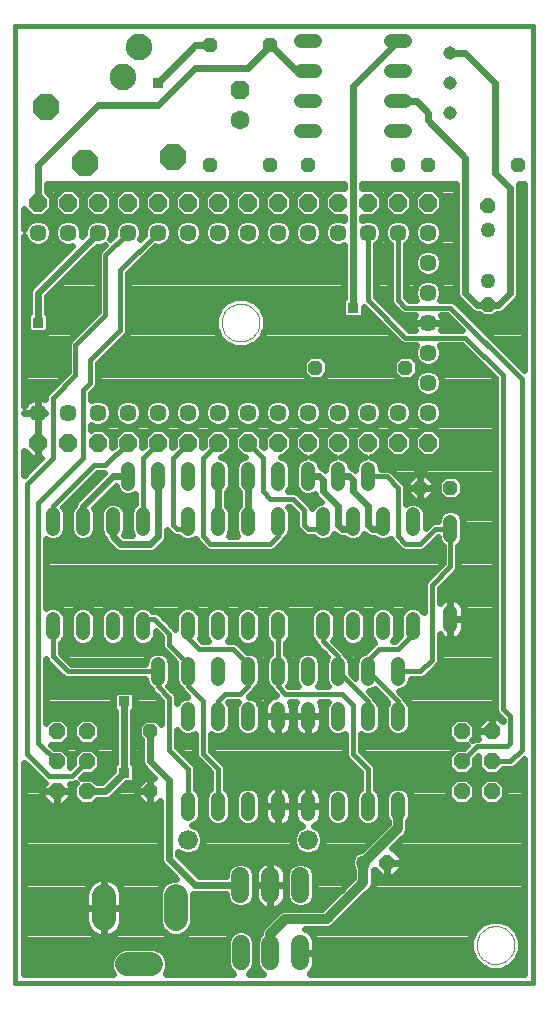
<source format=gbl>
G75*
%MOIN*%
%OFA0B0*%
%FSLAX24Y24*%
%IPPOS*%
%LPD*%
%AMOC8*
5,1,8,0,0,1.08239X$1,22.5*
%
%ADD10C,0.0160*%
%ADD11C,0.0000*%
%ADD12OC8,0.0480*%
%ADD13OC8,0.0885*%
%ADD14C,0.0885*%
%ADD15C,0.0480*%
%ADD16OC8,0.0630*%
%ADD17C,0.0630*%
%ADD18OC8,0.0500*%
%ADD19C,0.0500*%
%ADD20C,0.0570*%
%ADD21C,0.0787*%
%ADD22C,0.0600*%
%ADD23OC8,0.0540*%
%ADD24C,0.0591*%
%ADD25C,0.0660*%
%ADD26OC8,0.0591*%
%ADD27C,0.0450*%
%ADD28C,0.0240*%
%ADD29R,0.0356X0.0356*%
%ADD30C,0.0320*%
D10*
X003260Y000595D02*
X003260Y032466D01*
X020505Y032466D01*
X020505Y000595D01*
X003260Y000595D01*
X004385Y007470D02*
X005135Y007470D01*
X005635Y007970D01*
X004635Y007970D02*
X004010Y008595D01*
X004010Y016595D01*
X005510Y018095D01*
X005510Y020345D01*
X005760Y020595D01*
X005760Y021345D01*
X006760Y022345D01*
X006760Y024345D01*
X008010Y025595D01*
X007010Y025595D02*
X006260Y024845D01*
X006260Y022845D01*
X005260Y021845D01*
X005260Y020845D01*
X004510Y020095D01*
X004510Y018095D01*
X003635Y017220D01*
X003635Y008220D01*
X004385Y007470D01*
X005010Y010970D02*
X008010Y010970D01*
X008010Y010470D01*
X008385Y010095D01*
X008385Y008345D01*
X009010Y007720D01*
X009010Y006470D01*
X010010Y006470D02*
X010010Y007720D01*
X009510Y008220D01*
X009510Y009970D01*
X009010Y010470D01*
X009010Y010970D01*
X009010Y011220D01*
X008385Y011845D01*
X008385Y012220D01*
X007885Y012720D01*
X007510Y012720D01*
X009010Y012720D02*
X009010Y012095D01*
X009385Y011720D01*
X010510Y011720D01*
X011010Y011220D01*
X011010Y010970D01*
X011010Y010470D01*
X010760Y010220D01*
X010260Y010220D01*
X010010Y009970D01*
X010010Y009470D01*
X012010Y010470D02*
X012260Y010220D01*
X014135Y010220D01*
X014510Y009845D01*
X014510Y008220D01*
X015010Y007720D01*
X015010Y006470D01*
X015010Y009470D02*
X015010Y009970D01*
X014010Y010970D01*
X014010Y011470D01*
X013510Y011970D01*
X013510Y012720D01*
X012010Y012720D02*
X012010Y010970D01*
X012010Y010470D01*
X015010Y010970D02*
X016010Y009970D01*
X016010Y009470D01*
X016010Y010970D02*
X016760Y010970D01*
X017135Y011345D01*
X017135Y013845D01*
X017760Y014470D01*
X017760Y015720D01*
X017260Y015720D01*
X016760Y015220D01*
X016260Y015220D01*
X016010Y015470D01*
X016010Y017095D01*
X015635Y017470D01*
X015010Y017470D01*
X013510Y015720D02*
X013010Y015720D01*
X012885Y015845D01*
X012885Y016345D01*
X012510Y016720D01*
X011760Y016720D01*
X011510Y016970D01*
X011510Y018095D01*
X011010Y018595D01*
X010010Y018595D02*
X009510Y018095D01*
X009510Y015470D01*
X009760Y015220D01*
X011760Y015220D01*
X012010Y015470D01*
X012010Y015720D01*
X015385Y011720D02*
X015010Y011345D01*
X015010Y010970D01*
X015385Y011720D02*
X016010Y011720D01*
X016510Y012220D01*
X016510Y012720D01*
X018635Y008470D02*
X018135Y007970D01*
X018635Y008470D02*
X019635Y008470D01*
X019760Y008595D01*
X019760Y009470D01*
X019510Y009720D01*
X019510Y020845D01*
X018260Y022095D01*
X016260Y022095D01*
X015010Y023345D01*
X015010Y025595D01*
X016010Y025595D02*
X016010Y023345D01*
X016260Y023095D01*
X017760Y023095D01*
X020135Y020720D01*
X020135Y008345D01*
X019760Y007970D01*
X019135Y007970D01*
X009010Y015720D02*
X008635Y015720D01*
X008510Y015845D01*
X008510Y018095D01*
X009010Y018595D01*
X008010Y018595D02*
X007510Y018095D01*
X007510Y015720D01*
X006260Y017845D02*
X005885Y017845D01*
X004510Y016470D01*
X004510Y015720D01*
X006260Y017845D02*
X007010Y018595D01*
X004510Y012720D02*
X004510Y011470D01*
X005010Y010970D01*
D11*
X010130Y022595D02*
X010132Y022645D01*
X010138Y022695D01*
X010148Y022744D01*
X010162Y022792D01*
X010179Y022839D01*
X010200Y022884D01*
X010225Y022928D01*
X010253Y022969D01*
X010285Y023008D01*
X010319Y023045D01*
X010356Y023079D01*
X010396Y023109D01*
X010438Y023136D01*
X010482Y023160D01*
X010528Y023181D01*
X010575Y023197D01*
X010623Y023210D01*
X010673Y023219D01*
X010722Y023224D01*
X010773Y023225D01*
X010823Y023222D01*
X010872Y023215D01*
X010921Y023204D01*
X010969Y023189D01*
X011015Y023171D01*
X011060Y023149D01*
X011103Y023123D01*
X011144Y023094D01*
X011183Y023062D01*
X011219Y023027D01*
X011251Y022989D01*
X011281Y022949D01*
X011308Y022906D01*
X011331Y022862D01*
X011350Y022816D01*
X011366Y022768D01*
X011378Y022719D01*
X011386Y022670D01*
X011390Y022620D01*
X011390Y022570D01*
X011386Y022520D01*
X011378Y022471D01*
X011366Y022422D01*
X011350Y022374D01*
X011331Y022328D01*
X011308Y022284D01*
X011281Y022241D01*
X011251Y022201D01*
X011219Y022163D01*
X011183Y022128D01*
X011144Y022096D01*
X011103Y022067D01*
X011060Y022041D01*
X011015Y022019D01*
X010969Y022001D01*
X010921Y021986D01*
X010872Y021975D01*
X010823Y021968D01*
X010773Y021965D01*
X010722Y021966D01*
X010673Y021971D01*
X010623Y021980D01*
X010575Y021993D01*
X010528Y022009D01*
X010482Y022030D01*
X010438Y022054D01*
X010396Y022081D01*
X010356Y022111D01*
X010319Y022145D01*
X010285Y022182D01*
X010253Y022221D01*
X010225Y022262D01*
X010200Y022306D01*
X010179Y022351D01*
X010162Y022398D01*
X010148Y022446D01*
X010138Y022495D01*
X010132Y022545D01*
X010130Y022595D01*
X018630Y001845D02*
X018632Y001895D01*
X018638Y001945D01*
X018648Y001994D01*
X018662Y002042D01*
X018679Y002089D01*
X018700Y002134D01*
X018725Y002178D01*
X018753Y002219D01*
X018785Y002258D01*
X018819Y002295D01*
X018856Y002329D01*
X018896Y002359D01*
X018938Y002386D01*
X018982Y002410D01*
X019028Y002431D01*
X019075Y002447D01*
X019123Y002460D01*
X019173Y002469D01*
X019222Y002474D01*
X019273Y002475D01*
X019323Y002472D01*
X019372Y002465D01*
X019421Y002454D01*
X019469Y002439D01*
X019515Y002421D01*
X019560Y002399D01*
X019603Y002373D01*
X019644Y002344D01*
X019683Y002312D01*
X019719Y002277D01*
X019751Y002239D01*
X019781Y002199D01*
X019808Y002156D01*
X019831Y002112D01*
X019850Y002066D01*
X019866Y002018D01*
X019878Y001969D01*
X019886Y001920D01*
X019890Y001870D01*
X019890Y001820D01*
X019886Y001770D01*
X019878Y001721D01*
X019866Y001672D01*
X019850Y001624D01*
X019831Y001578D01*
X019808Y001534D01*
X019781Y001491D01*
X019751Y001451D01*
X019719Y001413D01*
X019683Y001378D01*
X019644Y001346D01*
X019603Y001317D01*
X019560Y001291D01*
X019515Y001269D01*
X019469Y001251D01*
X019421Y001236D01*
X019372Y001225D01*
X019323Y001218D01*
X019273Y001215D01*
X019222Y001216D01*
X019173Y001221D01*
X019123Y001230D01*
X019075Y001243D01*
X019028Y001259D01*
X018982Y001280D01*
X018938Y001304D01*
X018896Y001331D01*
X018856Y001361D01*
X018819Y001395D01*
X018785Y001432D01*
X018753Y001471D01*
X018725Y001512D01*
X018700Y001556D01*
X018679Y001601D01*
X018662Y001648D01*
X018648Y001696D01*
X018638Y001745D01*
X018632Y001795D01*
X018630Y001845D01*
D12*
X017760Y017095D03*
X016760Y017095D03*
X016260Y021095D03*
X013260Y021095D03*
X013010Y027845D03*
X011760Y027845D03*
X009760Y027845D03*
X009760Y031845D03*
X011760Y031845D03*
X016010Y027845D03*
X017010Y027845D03*
X020010Y027845D03*
X007760Y008970D03*
X007760Y006970D03*
D13*
X005570Y027915D03*
X004290Y029765D03*
X008520Y028125D03*
D14*
X006830Y030785D03*
X007380Y031775D03*
D15*
X012770Y031970D02*
X013250Y031970D01*
X013250Y030970D02*
X012770Y030970D01*
X012770Y029970D02*
X013250Y029970D01*
X013250Y028970D02*
X012770Y028970D01*
X015770Y028970D02*
X016250Y028970D01*
X016250Y029970D02*
X015770Y029970D01*
X015770Y030970D02*
X016250Y030970D01*
X016250Y031970D02*
X015770Y031970D01*
X015010Y017710D02*
X015010Y017230D01*
X015510Y016200D02*
X015510Y015720D01*
X016510Y015720D02*
X016510Y016200D01*
X017760Y015960D02*
X017760Y015480D01*
X017760Y012960D02*
X017760Y012480D01*
X016510Y012720D02*
X016510Y012240D01*
X016010Y011210D02*
X016010Y010730D01*
X016010Y009710D02*
X016010Y009230D01*
X015010Y009230D02*
X015010Y009710D01*
X015010Y010730D02*
X015010Y011210D01*
X015510Y012240D02*
X015510Y012720D01*
X014510Y012720D02*
X014510Y012240D01*
X014010Y011210D02*
X014010Y010730D01*
X014010Y009710D02*
X014010Y009230D01*
X013010Y009230D02*
X013010Y009710D01*
X013010Y010730D02*
X013010Y011210D01*
X013510Y012240D02*
X013510Y012720D01*
X012010Y012720D02*
X012010Y012240D01*
X012010Y011210D02*
X012010Y010730D01*
X012010Y009710D02*
X012010Y009230D01*
X011010Y009230D02*
X011010Y009710D01*
X011010Y010730D02*
X011010Y011210D01*
X011010Y012240D02*
X011010Y012720D01*
X010010Y012720D02*
X010010Y012240D01*
X010010Y011210D02*
X010010Y010730D01*
X010010Y009710D02*
X010010Y009230D01*
X009010Y009230D02*
X009010Y009710D01*
X009010Y010730D02*
X009010Y011210D01*
X009010Y012240D02*
X009010Y012720D01*
X008010Y011210D02*
X008010Y010730D01*
X007510Y012240D02*
X007510Y012720D01*
X006510Y012720D02*
X006510Y012240D01*
X005510Y012240D02*
X005510Y012720D01*
X004510Y012720D02*
X004510Y012240D01*
X004510Y015720D02*
X004510Y016200D01*
X005510Y016200D02*
X005510Y015720D01*
X006510Y015720D02*
X006510Y016200D01*
X007010Y017230D02*
X007010Y017710D01*
X008010Y017710D02*
X008010Y017230D01*
X007510Y016200D02*
X007510Y015720D01*
X009010Y015720D02*
X009010Y016200D01*
X009010Y017230D02*
X009010Y017710D01*
X010010Y017710D02*
X010010Y017230D01*
X010010Y016200D02*
X010010Y015720D01*
X011010Y015720D02*
X011010Y016200D01*
X011010Y017230D02*
X011010Y017710D01*
X012010Y017710D02*
X012010Y017230D01*
X012010Y016200D02*
X012010Y015720D01*
X013010Y017230D02*
X013010Y017710D01*
X014010Y017710D02*
X014010Y017230D01*
X014510Y016200D02*
X014510Y015720D01*
X013510Y015720D02*
X013510Y016200D01*
X014010Y006710D02*
X014010Y006230D01*
X015010Y006230D02*
X015010Y006710D01*
X016010Y006710D02*
X016010Y006230D01*
X013010Y006230D02*
X013010Y006710D01*
X012010Y006710D02*
X012010Y006230D01*
X011010Y006230D02*
X011010Y006710D01*
X010010Y006710D02*
X010010Y006230D01*
X009010Y006230D02*
X009010Y006710D01*
D16*
X010760Y030345D03*
D17*
X010760Y029345D03*
D18*
X019010Y026495D03*
X019010Y023195D03*
X015660Y004595D03*
D19*
X014860Y004595D03*
X019010Y023995D03*
X019010Y025695D03*
D20*
X017010Y025595D03*
X017010Y024595D03*
X017010Y023595D03*
X017010Y022595D03*
X017010Y021595D03*
X017010Y020595D03*
X017010Y019595D03*
X016010Y019595D03*
X015010Y019595D03*
X014010Y019595D03*
X013010Y019595D03*
X012010Y019595D03*
X011010Y019595D03*
X010010Y019595D03*
X009010Y019595D03*
X008010Y019595D03*
X007010Y019595D03*
X006010Y019595D03*
X005010Y019595D03*
X004010Y019595D03*
X004010Y025595D03*
X005010Y025595D03*
X006010Y025595D03*
X007010Y025595D03*
X008010Y025595D03*
X009010Y025595D03*
X010010Y025595D03*
X011010Y025595D03*
X012010Y025595D03*
X013010Y025595D03*
X014010Y025595D03*
X015010Y025595D03*
X016010Y025595D03*
D21*
X008605Y003489D02*
X008605Y002701D01*
X007778Y001205D02*
X006991Y001205D01*
X006203Y002701D02*
X006203Y003489D01*
D22*
X010760Y003545D02*
X010760Y004145D01*
X011760Y004145D02*
X011760Y003545D01*
X012760Y003545D02*
X012760Y004145D01*
D23*
X018135Y006970D03*
X018135Y007970D03*
X018135Y008970D03*
X019135Y008970D03*
X019135Y007970D03*
X019135Y006970D03*
X005635Y006970D03*
X005635Y007970D03*
X005635Y008970D03*
X004635Y008970D03*
X004635Y007970D03*
X004635Y006970D03*
D24*
X010775Y001890D02*
X010775Y001300D01*
X011760Y001300D02*
X011760Y001890D01*
X012744Y001890D02*
X012744Y001300D01*
D25*
X013010Y005345D03*
X009010Y005345D03*
D26*
X009010Y018595D03*
X010010Y018595D03*
X011010Y018595D03*
X012010Y018595D03*
X013010Y018595D03*
X014010Y018595D03*
X015010Y018595D03*
X016010Y018595D03*
X017010Y018595D03*
X017010Y026595D03*
X016010Y026595D03*
X015010Y026595D03*
X014010Y026595D03*
X013010Y026595D03*
X012010Y026595D03*
X011010Y026595D03*
X010010Y026595D03*
X009010Y026595D03*
X008010Y026595D03*
X007010Y026595D03*
X006010Y026595D03*
X005010Y026595D03*
X004010Y026595D03*
X004010Y018595D03*
X005010Y018595D03*
X006010Y018595D03*
X007010Y018595D03*
X008010Y018595D03*
D27*
X017760Y029595D03*
X017760Y030595D03*
X017760Y031595D03*
D28*
X018260Y031595D01*
X019260Y030595D01*
X019260Y027595D01*
X019760Y027095D01*
X019760Y023595D01*
X019360Y023195D01*
X019010Y023195D01*
X018660Y023195D01*
X018260Y023595D01*
X018260Y028095D01*
X017010Y029345D01*
X017010Y029595D01*
X016635Y029970D01*
X016010Y029970D01*
X014510Y030470D02*
X016010Y031970D01*
X014510Y030470D02*
X014510Y023095D01*
X014151Y023014D02*
X011506Y023014D01*
X011480Y023076D02*
X011609Y022764D01*
X011609Y022426D01*
X011480Y022114D01*
X011241Y021874D01*
X010929Y021745D01*
X010590Y021745D01*
X010278Y021874D01*
X010039Y022114D01*
X009910Y022426D01*
X009910Y022764D01*
X010039Y023076D01*
X010278Y023316D01*
X010590Y023445D01*
X010929Y023445D01*
X011241Y023316D01*
X011480Y023076D01*
X011304Y023253D02*
X014151Y023253D01*
X014151Y023348D02*
X014151Y022842D01*
X014257Y022737D01*
X014762Y022737D01*
X014868Y022842D01*
X014868Y023119D01*
X016112Y021875D01*
X016208Y021835D01*
X016606Y021835D01*
X016545Y021687D01*
X016545Y021503D01*
X016614Y021334D01*
X016433Y021515D01*
X016086Y021515D01*
X015840Y021269D01*
X015840Y020921D01*
X016086Y020675D01*
X016433Y020675D01*
X016614Y020856D01*
X016545Y020687D01*
X016545Y020503D01*
X016615Y020332D01*
X016746Y020201D01*
X016917Y020130D01*
X017102Y020130D01*
X017273Y020201D01*
X017404Y020332D01*
X017475Y020503D01*
X017475Y020687D01*
X017404Y020858D01*
X017273Y020989D01*
X017102Y021060D01*
X016917Y021060D01*
X016746Y020989D01*
X016680Y020923D01*
X016680Y021267D01*
X016746Y021201D01*
X016917Y021130D01*
X017102Y021130D01*
X017273Y021201D01*
X017404Y021332D01*
X017475Y021503D01*
X017475Y021687D01*
X017413Y021835D01*
X018152Y021835D01*
X019250Y020737D01*
X019250Y009668D01*
X019289Y009573D01*
X019500Y009362D01*
X019500Y009298D01*
X019337Y009460D01*
X019135Y009460D01*
X019135Y008970D01*
X019135Y008970D01*
X019135Y009460D01*
X018932Y009460D01*
X018645Y009173D01*
X018645Y008970D01*
X018645Y008767D01*
X018682Y008730D01*
X018583Y008730D01*
X018494Y008693D01*
X018585Y008784D01*
X018585Y009156D01*
X018321Y009420D01*
X017948Y009420D01*
X017685Y009156D01*
X017685Y008784D01*
X017948Y008520D01*
X018317Y008520D01*
X018217Y008420D01*
X017948Y008420D01*
X017685Y008156D01*
X017685Y007784D01*
X017948Y007520D01*
X018321Y007520D01*
X018585Y007784D01*
X018585Y008052D01*
X018685Y008152D01*
X018685Y007784D01*
X018948Y007520D01*
X019321Y007520D01*
X019511Y007710D01*
X019811Y007710D01*
X019907Y007750D01*
X020205Y007750D01*
X020205Y007512D02*
X015270Y007512D01*
X015270Y007750D02*
X017718Y007750D01*
X017685Y007989D02*
X015109Y007989D01*
X015230Y007867D02*
X014770Y008328D01*
X014770Y008876D01*
X014772Y008874D01*
X014926Y008810D01*
X015093Y008810D01*
X015247Y008874D01*
X015366Y008992D01*
X015430Y009146D01*
X015430Y009794D01*
X015366Y009948D01*
X015254Y010060D01*
X015230Y010117D01*
X015157Y010190D01*
X015037Y010310D01*
X015093Y010310D01*
X015241Y010371D01*
X015659Y009953D01*
X015653Y009948D01*
X015590Y009794D01*
X015590Y009146D01*
X015653Y008992D01*
X015772Y008874D01*
X015926Y008810D01*
X016093Y008810D01*
X016247Y008874D01*
X016366Y008992D01*
X016430Y009146D01*
X016430Y009794D01*
X016366Y009948D01*
X016254Y010060D01*
X016230Y010117D01*
X016157Y010190D01*
X016037Y010310D01*
X016093Y010310D01*
X016247Y010374D01*
X016366Y010492D01*
X016430Y010646D01*
X016430Y010710D01*
X016811Y010710D01*
X016907Y010750D01*
X017282Y011125D01*
X017355Y011198D01*
X017395Y011293D01*
X017395Y012200D01*
X017409Y012180D01*
X017460Y012129D01*
X017518Y012087D01*
X017583Y012054D01*
X017652Y012031D01*
X017723Y012020D01*
X017760Y012020D01*
X017796Y012020D01*
X017867Y012031D01*
X017936Y012054D01*
X018001Y012087D01*
X018059Y012129D01*
X018110Y012180D01*
X018153Y012239D01*
X018186Y012303D01*
X018208Y012372D01*
X018220Y012444D01*
X018220Y012720D01*
X018220Y012996D01*
X018208Y013068D01*
X018186Y013137D01*
X018153Y013201D01*
X018110Y013260D01*
X018059Y013311D01*
X018001Y013353D01*
X017936Y013386D01*
X017867Y013409D01*
X017796Y013420D01*
X017760Y013420D01*
X017760Y012720D01*
X018220Y012720D01*
X017760Y012720D01*
X017760Y012720D01*
X017760Y012720D01*
X017760Y012020D01*
X017760Y012720D01*
X017760Y012720D01*
X017760Y013420D01*
X017723Y013420D01*
X017652Y013409D01*
X017583Y013386D01*
X017518Y013353D01*
X017460Y013311D01*
X017409Y013260D01*
X017395Y013240D01*
X017395Y013737D01*
X017907Y014250D01*
X017980Y014323D01*
X018020Y014418D01*
X018020Y015146D01*
X018116Y015242D01*
X018180Y015396D01*
X018180Y016044D01*
X018116Y016198D01*
X017997Y016316D01*
X017843Y016380D01*
X017676Y016380D01*
X017522Y016316D01*
X017403Y016198D01*
X017340Y016044D01*
X017340Y015980D01*
X017208Y015980D01*
X017112Y015940D01*
X017039Y015867D01*
X016930Y015758D01*
X016930Y016284D01*
X016866Y016438D01*
X016747Y016556D01*
X016593Y016620D01*
X016426Y016620D01*
X016272Y016556D01*
X016270Y016554D01*
X016270Y017147D01*
X016230Y017242D01*
X016157Y017315D01*
X015782Y017690D01*
X015686Y017730D01*
X015430Y017730D01*
X015430Y017794D01*
X015366Y017948D01*
X015247Y018066D01*
X015118Y018120D01*
X015206Y018120D01*
X015485Y018398D01*
X015485Y018792D01*
X015206Y019070D01*
X014813Y019070D01*
X014534Y018792D01*
X014534Y018398D01*
X014813Y018120D01*
X014901Y018120D01*
X014772Y018066D01*
X014653Y017948D01*
X014590Y017794D01*
X014590Y017689D01*
X014554Y017724D01*
X014444Y017770D01*
X014430Y017770D01*
X014430Y017794D01*
X014366Y017948D01*
X014247Y018066D01*
X014118Y018120D01*
X014206Y018120D01*
X014485Y018398D01*
X014485Y018792D01*
X014206Y019070D01*
X013813Y019070D01*
X013534Y018792D01*
X013534Y018398D01*
X013813Y018120D01*
X013901Y018120D01*
X013772Y018066D01*
X013653Y017948D01*
X013590Y017794D01*
X013590Y017689D01*
X013554Y017724D01*
X013444Y017770D01*
X013430Y017770D01*
X013430Y017794D01*
X013366Y017948D01*
X013247Y018066D01*
X013118Y018120D01*
X013206Y018120D01*
X013485Y018398D01*
X013485Y018792D01*
X013206Y019070D01*
X012813Y019070D01*
X012534Y018792D01*
X012534Y018398D01*
X012813Y018120D01*
X012901Y018120D01*
X012772Y018066D01*
X012653Y017948D01*
X012590Y017794D01*
X012590Y017146D01*
X012653Y016992D01*
X012772Y016874D01*
X012926Y016810D01*
X013093Y016810D01*
X013228Y016866D01*
X013255Y016800D01*
X013340Y016716D01*
X013435Y016620D01*
X013426Y016620D01*
X013272Y016556D01*
X013153Y016438D01*
X013140Y016407D01*
X013105Y016492D01*
X012730Y016867D01*
X012657Y016940D01*
X012561Y016980D01*
X012353Y016980D01*
X012366Y016992D01*
X012430Y017146D01*
X012430Y017794D01*
X012366Y017948D01*
X012247Y018066D01*
X012118Y018120D01*
X012206Y018120D01*
X012485Y018398D01*
X012485Y018792D01*
X012206Y019070D01*
X011813Y019070D01*
X011534Y018792D01*
X011534Y018438D01*
X011485Y018487D01*
X011485Y018792D01*
X011206Y019070D01*
X010813Y019070D01*
X010534Y018792D01*
X010534Y018398D01*
X010813Y018120D01*
X010901Y018120D01*
X010772Y018066D01*
X010653Y017948D01*
X010590Y017794D01*
X010590Y017146D01*
X010653Y016992D01*
X010710Y016936D01*
X010710Y016494D01*
X010653Y016438D01*
X010590Y016284D01*
X010590Y015636D01*
X010653Y015482D01*
X010656Y015480D01*
X010363Y015480D01*
X010366Y015482D01*
X010430Y015636D01*
X010430Y016284D01*
X010366Y016438D01*
X010310Y016494D01*
X010310Y016936D01*
X010366Y016992D01*
X010430Y017146D01*
X010430Y017794D01*
X010366Y017948D01*
X010247Y018066D01*
X010118Y018120D01*
X010206Y018120D01*
X010485Y018398D01*
X010485Y018792D01*
X010206Y019070D01*
X009813Y019070D01*
X009534Y018792D01*
X009534Y018487D01*
X009485Y018438D01*
X009485Y018792D01*
X009206Y019070D01*
X008813Y019070D01*
X008534Y018792D01*
X008534Y018487D01*
X008485Y018438D01*
X008485Y018792D01*
X008206Y019070D01*
X007813Y019070D01*
X007534Y018792D01*
X007534Y018487D01*
X007485Y018438D01*
X007485Y018792D01*
X007206Y019070D01*
X006813Y019070D01*
X006534Y018792D01*
X006534Y018487D01*
X006485Y018438D01*
X006485Y018792D01*
X006206Y019070D01*
X005813Y019070D01*
X005770Y019027D01*
X005770Y019191D01*
X005917Y019130D01*
X006102Y019130D01*
X006273Y019201D01*
X006404Y019332D01*
X006475Y019503D01*
X006475Y019687D01*
X006404Y019858D01*
X006273Y019989D01*
X006102Y020060D01*
X005917Y020060D01*
X005770Y019999D01*
X005770Y020237D01*
X005980Y020448D01*
X006020Y020543D01*
X006020Y021237D01*
X006980Y022198D01*
X007020Y022293D01*
X007020Y024237D01*
X007914Y025131D01*
X007917Y025130D01*
X008102Y025130D01*
X008273Y025201D01*
X008404Y025332D01*
X008475Y025503D01*
X008475Y025687D01*
X008404Y025858D01*
X008273Y025989D01*
X008102Y026060D01*
X007917Y026060D01*
X007746Y025989D01*
X007615Y025858D01*
X007545Y025687D01*
X007545Y025503D01*
X007546Y025499D01*
X007422Y025375D01*
X007475Y025503D01*
X007475Y025687D01*
X007404Y025858D01*
X007273Y025989D01*
X007102Y026060D01*
X006917Y026060D01*
X006746Y025989D01*
X006615Y025858D01*
X006545Y025687D01*
X006545Y025503D01*
X006546Y025499D01*
X006422Y025375D01*
X006475Y025503D01*
X006475Y025687D01*
X006404Y025858D01*
X006273Y025989D01*
X006102Y026060D01*
X005917Y026060D01*
X005746Y025989D01*
X005615Y025858D01*
X005545Y025687D01*
X005545Y025554D01*
X005462Y025471D01*
X005475Y025503D01*
X005475Y025687D01*
X005404Y025858D01*
X005273Y025989D01*
X005102Y026060D01*
X004917Y026060D01*
X004746Y025989D01*
X004615Y025858D01*
X004545Y025687D01*
X004545Y025503D01*
X004615Y025332D01*
X004746Y025201D01*
X004917Y025130D01*
X005102Y025130D01*
X005133Y025143D01*
X003840Y023849D01*
X003755Y023765D01*
X003710Y023655D01*
X003710Y022906D01*
X003651Y022848D01*
X003651Y022342D01*
X003757Y022237D01*
X004262Y022237D01*
X004368Y022342D01*
X004368Y022848D01*
X004310Y022906D01*
X004310Y023471D01*
X005969Y025130D01*
X006102Y025130D01*
X006230Y025183D01*
X006112Y025065D01*
X006039Y024992D01*
X006000Y024897D01*
X006000Y022953D01*
X005112Y022065D01*
X005039Y021992D01*
X005000Y021897D01*
X005000Y020953D01*
X004362Y020315D01*
X004289Y020242D01*
X004250Y020147D01*
X004250Y020039D01*
X004203Y020063D01*
X004128Y020088D01*
X004049Y020100D01*
X004010Y020100D01*
X004010Y019595D01*
X004250Y019595D01*
X004250Y019595D01*
X004010Y019595D01*
X004010Y019595D01*
X004010Y018595D01*
X004010Y018595D01*
X004010Y018080D01*
X004127Y018080D01*
X003560Y017513D01*
X003560Y018316D01*
X003796Y018080D01*
X004010Y018080D01*
X004010Y018595D01*
X004010Y018595D01*
X004010Y019090D01*
X004010Y019595D01*
X004010Y019595D01*
X004010Y019595D01*
X004010Y020100D01*
X003970Y020100D01*
X003891Y020088D01*
X003816Y020063D01*
X003745Y020027D01*
X003681Y019980D01*
X003624Y019924D01*
X003578Y019860D01*
X003560Y019824D01*
X003560Y025466D01*
X003615Y025332D01*
X003746Y025201D01*
X003917Y025130D01*
X004102Y025130D01*
X004273Y025201D01*
X004404Y025332D01*
X004475Y025503D01*
X004475Y025687D01*
X004404Y025858D01*
X004273Y025989D01*
X004102Y026060D01*
X003917Y026060D01*
X003746Y025989D01*
X003615Y025858D01*
X003560Y025724D01*
X003560Y026373D01*
X003813Y026120D01*
X004206Y026120D01*
X004485Y026398D01*
X004485Y026792D01*
X004310Y026967D01*
X004310Y027220D01*
X014210Y027220D01*
X014210Y027067D01*
X014206Y027070D01*
X013813Y027070D01*
X013534Y026792D01*
X013534Y026398D01*
X013813Y026120D01*
X014206Y026120D01*
X014210Y026123D01*
X014210Y026015D01*
X014102Y026060D01*
X013917Y026060D01*
X013746Y025989D01*
X013615Y025858D01*
X013545Y025687D01*
X013545Y025503D01*
X013615Y025332D01*
X013746Y025201D01*
X013917Y025130D01*
X014102Y025130D01*
X014210Y025175D01*
X014210Y023406D01*
X014151Y023348D01*
X014210Y023491D02*
X007020Y023491D01*
X007020Y023253D02*
X010215Y023253D01*
X010013Y023014D02*
X007020Y023014D01*
X007020Y022776D02*
X009914Y022776D01*
X009910Y022537D02*
X007020Y022537D01*
X007020Y022299D02*
X009962Y022299D01*
X010093Y022060D02*
X006842Y022060D01*
X006604Y021822D02*
X010406Y021822D01*
X011113Y021822D02*
X016600Y021822D01*
X016545Y021583D02*
X006365Y021583D01*
X006127Y021345D02*
X012915Y021345D01*
X012840Y021269D02*
X013086Y021515D01*
X013433Y021515D01*
X013680Y021269D01*
X013680Y020921D01*
X013433Y020675D01*
X013086Y020675D01*
X012840Y020921D01*
X012840Y021269D01*
X012840Y021106D02*
X006020Y021106D01*
X006020Y020868D02*
X012893Y020868D01*
X012917Y020060D02*
X012746Y019989D01*
X012615Y019858D01*
X012545Y019687D01*
X012545Y019503D01*
X012615Y019332D01*
X012746Y019201D01*
X012917Y019130D01*
X013102Y019130D01*
X013273Y019201D01*
X013404Y019332D01*
X013475Y019503D01*
X013475Y019687D01*
X013404Y019858D01*
X013273Y019989D01*
X013102Y020060D01*
X012917Y020060D01*
X013349Y019914D02*
X013670Y019914D01*
X013615Y019858D02*
X013746Y019989D01*
X013917Y020060D01*
X014102Y020060D01*
X014273Y019989D01*
X014404Y019858D01*
X014475Y019687D01*
X014475Y019503D01*
X014404Y019332D01*
X014273Y019201D01*
X014102Y019130D01*
X013917Y019130D01*
X013746Y019201D01*
X013615Y019332D01*
X013545Y019503D01*
X013545Y019687D01*
X013615Y019858D01*
X013545Y019675D02*
X013475Y019675D01*
X013447Y019437D02*
X013572Y019437D01*
X013753Y019198D02*
X013266Y019198D01*
X013317Y018960D02*
X013702Y018960D01*
X013534Y018721D02*
X013485Y018721D01*
X013485Y018483D02*
X013534Y018483D01*
X013688Y018244D02*
X013331Y018244D01*
X013308Y018006D02*
X013711Y018006D01*
X013590Y017767D02*
X013451Y017767D01*
X013385Y017470D02*
X013010Y017470D01*
X012711Y018006D02*
X012308Y018006D01*
X012331Y018244D02*
X012688Y018244D01*
X012534Y018483D02*
X012485Y018483D01*
X012485Y018721D02*
X012534Y018721D01*
X012702Y018960D02*
X012317Y018960D01*
X012266Y019198D02*
X012753Y019198D01*
X012572Y019437D02*
X012447Y019437D01*
X012475Y019503D02*
X012404Y019332D01*
X012273Y019201D01*
X012102Y019130D01*
X011917Y019130D01*
X011746Y019201D01*
X011615Y019332D01*
X011545Y019503D01*
X011545Y019687D01*
X011615Y019858D01*
X011746Y019989D01*
X011917Y020060D01*
X012102Y020060D01*
X012273Y019989D01*
X012404Y019858D01*
X012475Y019687D01*
X012475Y019503D01*
X012475Y019675D02*
X012545Y019675D01*
X012670Y019914D02*
X012349Y019914D01*
X011753Y019198D02*
X011266Y019198D01*
X011273Y019201D02*
X011102Y019130D01*
X010917Y019130D01*
X010746Y019201D01*
X010615Y019332D01*
X010545Y019503D01*
X010545Y019687D01*
X010615Y019858D01*
X010746Y019989D01*
X010917Y020060D01*
X011102Y020060D01*
X011273Y019989D01*
X011404Y019858D01*
X011475Y019687D01*
X011475Y019503D01*
X011404Y019332D01*
X011273Y019201D01*
X011317Y018960D02*
X011702Y018960D01*
X011534Y018721D02*
X011485Y018721D01*
X011490Y018483D02*
X011534Y018483D01*
X011572Y019437D02*
X011447Y019437D01*
X011475Y019675D02*
X011545Y019675D01*
X011670Y019914D02*
X011349Y019914D01*
X010670Y019914D02*
X010349Y019914D01*
X010404Y019858D02*
X010273Y019989D01*
X010102Y020060D01*
X009917Y020060D01*
X009746Y019989D01*
X009615Y019858D01*
X009545Y019687D01*
X009545Y019503D01*
X009615Y019332D01*
X009746Y019201D01*
X009917Y019130D01*
X010102Y019130D01*
X010273Y019201D01*
X010404Y019332D01*
X010475Y019503D01*
X010475Y019687D01*
X010404Y019858D01*
X010475Y019675D02*
X010545Y019675D01*
X010572Y019437D02*
X010447Y019437D01*
X010266Y019198D02*
X010753Y019198D01*
X010702Y018960D02*
X010317Y018960D01*
X010485Y018721D02*
X010534Y018721D01*
X010534Y018483D02*
X010485Y018483D01*
X010331Y018244D02*
X010688Y018244D01*
X010711Y018006D02*
X010308Y018006D01*
X010430Y017767D02*
X010590Y017767D01*
X010590Y017529D02*
X010430Y017529D01*
X010430Y017290D02*
X010590Y017290D01*
X010629Y017052D02*
X010390Y017052D01*
X010310Y016813D02*
X010710Y016813D01*
X010710Y016575D02*
X010310Y016575D01*
X010408Y016336D02*
X010611Y016336D01*
X010590Y016098D02*
X010430Y016098D01*
X010430Y015859D02*
X010590Y015859D01*
X010596Y015621D02*
X010423Y015621D01*
X010010Y015720D02*
X010010Y017470D01*
X009529Y018483D02*
X009485Y018483D01*
X009485Y018721D02*
X009534Y018721D01*
X009702Y018960D02*
X009317Y018960D01*
X009266Y019198D02*
X009753Y019198D01*
X009572Y019437D02*
X009447Y019437D01*
X009475Y019503D02*
X009404Y019332D01*
X009273Y019201D01*
X009102Y019130D01*
X008917Y019130D01*
X008746Y019201D01*
X008615Y019332D01*
X008545Y019503D01*
X008545Y019687D01*
X008615Y019858D01*
X008746Y019989D01*
X008917Y020060D01*
X009102Y020060D01*
X009273Y019989D01*
X009404Y019858D01*
X009475Y019687D01*
X009475Y019503D01*
X009475Y019675D02*
X009545Y019675D01*
X009670Y019914D02*
X009349Y019914D01*
X008753Y019198D02*
X008266Y019198D01*
X008273Y019201D02*
X008404Y019332D01*
X008475Y019503D01*
X008475Y019687D01*
X008404Y019858D01*
X008273Y019989D01*
X008102Y020060D01*
X007917Y020060D01*
X007746Y019989D01*
X007615Y019858D01*
X007545Y019687D01*
X007545Y019503D01*
X007615Y019332D01*
X007746Y019201D01*
X007917Y019130D01*
X008102Y019130D01*
X008273Y019201D01*
X008317Y018960D02*
X008702Y018960D01*
X008534Y018721D02*
X008485Y018721D01*
X008485Y018483D02*
X008529Y018483D01*
X008572Y019437D02*
X008447Y019437D01*
X008475Y019675D02*
X008545Y019675D01*
X008670Y019914D02*
X008349Y019914D01*
X007753Y019198D02*
X007266Y019198D01*
X007273Y019201D02*
X007404Y019332D01*
X007475Y019503D01*
X007475Y019687D01*
X007404Y019858D01*
X007273Y019989D01*
X007102Y020060D01*
X006917Y020060D01*
X006746Y019989D01*
X006615Y019858D01*
X006545Y019687D01*
X006545Y019503D01*
X006615Y019332D01*
X006746Y019201D01*
X006917Y019130D01*
X007102Y019130D01*
X007273Y019201D01*
X007317Y018960D02*
X007702Y018960D01*
X007534Y018721D02*
X007485Y018721D01*
X007485Y018483D02*
X007529Y018483D01*
X007572Y019437D02*
X007447Y019437D01*
X007475Y019675D02*
X007545Y019675D01*
X007670Y019914D02*
X007349Y019914D01*
X006670Y019914D02*
X006349Y019914D01*
X006475Y019675D02*
X006545Y019675D01*
X006572Y019437D02*
X006447Y019437D01*
X006266Y019198D02*
X006753Y019198D01*
X006702Y018960D02*
X006317Y018960D01*
X006485Y018721D02*
X006534Y018721D01*
X006529Y018483D02*
X006485Y018483D01*
X006200Y017585D02*
X005992Y017585D01*
X004855Y016448D01*
X004866Y016438D01*
X004930Y016284D01*
X004930Y015636D01*
X004866Y015482D01*
X004747Y015364D01*
X004593Y015300D01*
X004426Y015300D01*
X004272Y015364D01*
X004270Y015366D01*
X004270Y013074D01*
X004272Y013076D01*
X004426Y013140D01*
X004593Y013140D01*
X004747Y013076D01*
X004866Y012958D01*
X004930Y012804D01*
X004930Y012156D01*
X004866Y012002D01*
X004770Y011906D01*
X004770Y011578D01*
X005117Y011230D01*
X007590Y011230D01*
X007590Y011294D01*
X007653Y011448D01*
X007772Y011566D01*
X007926Y011630D01*
X008093Y011630D01*
X008247Y011566D01*
X008366Y011448D01*
X008430Y011294D01*
X008430Y010646D01*
X008366Y010492D01*
X008360Y010487D01*
X008532Y010315D01*
X008605Y010242D01*
X008645Y010147D01*
X008645Y009926D01*
X008653Y009948D01*
X008772Y010066D01*
X008926Y010130D01*
X008982Y010130D01*
X008862Y010250D01*
X008789Y010323D01*
X008765Y010380D01*
X008653Y010492D01*
X008590Y010646D01*
X008590Y011272D01*
X008164Y011698D01*
X008125Y011793D01*
X008125Y012112D01*
X007930Y012307D01*
X007930Y012156D01*
X007866Y012002D01*
X007747Y011884D01*
X007593Y011820D01*
X007426Y011820D01*
X007272Y011884D01*
X007153Y012002D01*
X007090Y012156D01*
X007090Y012804D01*
X007153Y012958D01*
X007272Y013076D01*
X007426Y013140D01*
X007593Y013140D01*
X007747Y013076D01*
X007843Y012980D01*
X007936Y012980D01*
X008032Y012940D01*
X008532Y012440D01*
X008590Y012383D01*
X008590Y012804D01*
X008653Y012958D01*
X008772Y013076D01*
X008926Y013140D01*
X009093Y013140D01*
X009247Y013076D01*
X009366Y012958D01*
X009430Y012804D01*
X009430Y012156D01*
X009396Y012076D01*
X009492Y011980D01*
X009676Y011980D01*
X009653Y012002D01*
X009590Y012156D01*
X009590Y012804D01*
X009653Y012958D01*
X009772Y013076D01*
X009926Y013140D01*
X010093Y013140D01*
X010247Y013076D01*
X010366Y012958D01*
X010430Y012804D01*
X010430Y012156D01*
X010366Y012002D01*
X010343Y011980D01*
X010561Y011980D01*
X010657Y011940D01*
X010967Y011630D01*
X011093Y011630D01*
X011247Y011566D01*
X011366Y011448D01*
X011430Y011294D01*
X011430Y010646D01*
X011366Y010492D01*
X011254Y010380D01*
X011230Y010323D01*
X011157Y010250D01*
X011037Y010130D01*
X011093Y010130D01*
X011247Y010066D01*
X011366Y009948D01*
X011430Y009794D01*
X011430Y009146D01*
X011366Y008992D01*
X011247Y008874D01*
X011093Y008810D01*
X010926Y008810D01*
X010772Y008874D01*
X010653Y008992D01*
X010590Y009146D01*
X010590Y009794D01*
X010653Y009948D01*
X010666Y009960D01*
X010367Y009960D01*
X010360Y009953D01*
X010366Y009948D01*
X010430Y009794D01*
X010430Y009146D01*
X010366Y008992D01*
X010247Y008874D01*
X010093Y008810D01*
X009926Y008810D01*
X009772Y008874D01*
X009770Y008876D01*
X009770Y008328D01*
X010230Y007867D01*
X010270Y007772D01*
X010270Y007044D01*
X010366Y006948D01*
X010430Y006794D01*
X010430Y006146D01*
X010366Y005992D01*
X010247Y005874D01*
X010093Y005810D01*
X009926Y005810D01*
X009772Y005874D01*
X009653Y005992D01*
X009590Y006146D01*
X009590Y006794D01*
X009653Y006948D01*
X009750Y007044D01*
X009750Y007612D01*
X009362Y008000D01*
X009289Y008073D01*
X009250Y008168D01*
X009250Y008876D01*
X009247Y008874D01*
X009093Y008810D01*
X008926Y008810D01*
X008772Y008874D01*
X008653Y008992D01*
X008645Y009014D01*
X008645Y008453D01*
X009157Y007940D01*
X009230Y007867D01*
X009270Y007772D01*
X009270Y007044D01*
X009366Y006948D01*
X009430Y006794D01*
X009430Y006146D01*
X009366Y005992D01*
X009247Y005874D01*
X009156Y005836D01*
X009298Y005777D01*
X009442Y005634D01*
X009520Y005446D01*
X009520Y005244D01*
X009442Y005056D01*
X009298Y004913D01*
X009111Y004835D01*
X008908Y004835D01*
X008721Y004913D01*
X008685Y004949D01*
X008685Y004844D01*
X009384Y004145D01*
X010280Y004145D01*
X010280Y004240D01*
X010353Y004417D01*
X010488Y004552D01*
X010664Y004625D01*
X010855Y004625D01*
X011031Y004552D01*
X011166Y004417D01*
X011240Y004240D01*
X011240Y003450D01*
X011166Y003273D01*
X011031Y003138D01*
X010855Y003065D01*
X010664Y003065D01*
X010488Y003138D01*
X010353Y003273D01*
X010280Y003450D01*
X010280Y003545D01*
X009200Y003545D01*
X009179Y003554D01*
X009179Y002587D01*
X009091Y002376D01*
X008930Y002215D01*
X008719Y002128D01*
X008491Y002128D01*
X008280Y002215D01*
X008119Y002376D01*
X008031Y002587D01*
X008031Y003603D01*
X008119Y003814D01*
X008280Y003975D01*
X008491Y004062D01*
X008618Y004062D01*
X008215Y004466D01*
X008130Y004550D01*
X008085Y004660D01*
X008085Y006644D01*
X007950Y006510D01*
X007760Y006510D01*
X007760Y006970D01*
X007760Y006970D01*
X007760Y006970D01*
X007760Y007430D01*
X007875Y007430D01*
X007590Y007716D01*
X007505Y007800D01*
X007460Y007910D01*
X007460Y008676D01*
X007340Y008796D01*
X007340Y009144D01*
X007586Y009390D01*
X007933Y009390D01*
X008125Y009199D01*
X008125Y009987D01*
X007789Y010323D01*
X007765Y010380D01*
X007653Y010492D01*
X007590Y010646D01*
X007590Y010710D01*
X004958Y010710D01*
X004862Y010750D01*
X004789Y010823D01*
X004289Y011323D01*
X004270Y011370D01*
X004270Y009241D01*
X004448Y009420D01*
X004821Y009420D01*
X005085Y009156D01*
X005085Y008784D01*
X004821Y008520D01*
X004452Y008520D01*
X004552Y008420D01*
X004821Y008420D01*
X005085Y008156D01*
X005085Y007788D01*
X005185Y007888D01*
X005185Y008156D01*
X005448Y008420D01*
X005821Y008420D01*
X006085Y008156D01*
X006085Y007784D01*
X005821Y007520D01*
X005552Y007520D01*
X005452Y007420D01*
X005821Y007420D01*
X005971Y007270D01*
X006135Y007270D01*
X006526Y007661D01*
X006526Y007848D01*
X006585Y007906D01*
X006585Y009659D01*
X006526Y009717D01*
X006526Y010223D01*
X006632Y010328D01*
X007137Y010328D01*
X007243Y010223D01*
X007243Y009717D01*
X007185Y009659D01*
X007185Y007906D01*
X007243Y007848D01*
X007243Y007342D01*
X007137Y007237D01*
X006951Y007237D01*
X006514Y006800D01*
X006429Y006716D01*
X006319Y006670D01*
X005971Y006670D01*
X005821Y006520D01*
X005448Y006520D01*
X005185Y006784D01*
X005185Y007156D01*
X005275Y007247D01*
X005186Y007210D01*
X005087Y007210D01*
X005125Y007173D01*
X005125Y006970D01*
X004635Y006970D01*
X004635Y006970D01*
X005125Y006970D01*
X005125Y006767D01*
X004837Y006480D01*
X004635Y006480D01*
X004635Y006970D01*
X004635Y006970D01*
X004635Y006480D01*
X004432Y006480D01*
X004145Y006767D01*
X004145Y006970D01*
X004635Y006970D01*
X004635Y006970D01*
X004145Y006970D01*
X004145Y007173D01*
X004229Y007258D01*
X004164Y007323D01*
X003560Y007927D01*
X003560Y000895D01*
X006498Y000895D01*
X006417Y001091D01*
X006417Y001319D01*
X006504Y001530D01*
X006666Y001692D01*
X006877Y001779D01*
X007892Y001779D01*
X008103Y001692D01*
X008265Y001530D01*
X008352Y001319D01*
X008352Y001091D01*
X008271Y000895D01*
X010510Y000895D01*
X010506Y000897D01*
X010372Y001031D01*
X010300Y001205D01*
X010300Y001985D01*
X010372Y002159D01*
X010506Y002293D01*
X010681Y002366D01*
X010870Y002366D01*
X011044Y002293D01*
X011178Y002159D01*
X011251Y001985D01*
X011251Y001205D01*
X011178Y001031D01*
X011044Y000897D01*
X011040Y000895D01*
X011495Y000895D01*
X011490Y000897D01*
X011357Y001031D01*
X011284Y001205D01*
X011284Y001985D01*
X011357Y002159D01*
X011420Y002222D01*
X011420Y002288D01*
X011471Y002413D01*
X011971Y002913D01*
X012067Y003008D01*
X012192Y003060D01*
X013494Y003060D01*
X014520Y004086D01*
X014520Y004327D01*
X014495Y004351D01*
X014430Y004509D01*
X014430Y004681D01*
X014495Y004839D01*
X014616Y004960D01*
X014774Y005025D01*
X014809Y005025D01*
X015670Y005886D01*
X015670Y005976D01*
X015653Y005992D01*
X015590Y006146D01*
X015590Y006794D01*
X015653Y006948D01*
X015772Y007066D01*
X015926Y007130D01*
X016093Y007130D01*
X016247Y007066D01*
X016366Y006948D01*
X016430Y006794D01*
X016430Y006146D01*
X016366Y005992D01*
X016350Y005976D01*
X016350Y005677D01*
X016298Y005552D01*
X016202Y005457D01*
X015810Y005065D01*
X015854Y005065D01*
X016130Y004790D01*
X016130Y004595D01*
X015660Y004595D01*
X015660Y004595D01*
X016130Y004595D01*
X016130Y004400D01*
X015854Y004125D01*
X015660Y004125D01*
X015660Y004595D01*
X015660Y004595D01*
X015660Y004125D01*
X015465Y004125D01*
X015228Y004362D01*
X015224Y004351D01*
X015200Y004327D01*
X015200Y003877D01*
X015148Y003752D01*
X015052Y003657D01*
X013827Y002432D01*
X013702Y002380D01*
X012904Y002380D01*
X012942Y002368D01*
X013014Y002331D01*
X013079Y002283D01*
X013137Y002226D01*
X013184Y002160D01*
X013221Y002088D01*
X013246Y002011D01*
X013259Y001931D01*
X013259Y001595D01*
X012744Y001595D01*
X012744Y001595D01*
X013259Y001595D01*
X013259Y001259D01*
X013246Y001179D01*
X013221Y001102D01*
X013184Y001030D01*
X013137Y000964D01*
X013079Y000907D01*
X013063Y000895D01*
X020205Y000895D01*
X020205Y008047D01*
X019907Y007750D01*
X020146Y007989D02*
X020205Y007989D01*
X020205Y007273D02*
X019468Y007273D01*
X019585Y007156D02*
X019321Y007420D01*
X018948Y007420D01*
X018685Y007156D01*
X018685Y006784D01*
X018948Y006520D01*
X019321Y006520D01*
X019585Y006784D01*
X019585Y007156D01*
X019585Y007035D02*
X020205Y007035D01*
X020205Y006796D02*
X019585Y006796D01*
X019358Y006558D02*
X020205Y006558D01*
X020205Y006319D02*
X016430Y006319D01*
X016430Y006558D02*
X017911Y006558D01*
X017948Y006520D02*
X018321Y006520D01*
X018585Y006784D01*
X018585Y007156D01*
X018321Y007420D01*
X017948Y007420D01*
X017685Y007156D01*
X017685Y006784D01*
X017948Y006520D01*
X017685Y006796D02*
X016428Y006796D01*
X016279Y007035D02*
X017685Y007035D01*
X017801Y007273D02*
X015270Y007273D01*
X015270Y007044D02*
X015270Y007772D01*
X015230Y007867D01*
X014870Y008227D02*
X017755Y008227D01*
X017764Y008704D02*
X014770Y008704D01*
X014770Y008466D02*
X018262Y008466D01*
X018505Y008704D02*
X018520Y008704D01*
X018585Y008943D02*
X018645Y008943D01*
X018645Y008970D02*
X019135Y008970D01*
X019135Y008970D01*
X018645Y008970D01*
X018653Y009181D02*
X018560Y009181D01*
X018321Y009420D02*
X018891Y009420D01*
X019135Y009420D02*
X019135Y009420D01*
X019135Y009181D02*
X019135Y009181D01*
X019378Y009420D02*
X019442Y009420D01*
X019254Y009658D02*
X016430Y009658D01*
X016430Y009420D02*
X017948Y009420D01*
X017709Y009181D02*
X016430Y009181D01*
X016316Y008943D02*
X017685Y008943D01*
X018585Y007989D02*
X018685Y007989D01*
X018718Y007750D02*
X018551Y007750D01*
X018468Y007273D02*
X018801Y007273D01*
X018685Y007035D02*
X018585Y007035D01*
X018585Y006796D02*
X018685Y006796D01*
X018911Y006558D02*
X018358Y006558D01*
X020205Y006081D02*
X016402Y006081D01*
X016350Y005842D02*
X020205Y005842D01*
X020205Y005604D02*
X016319Y005604D01*
X016110Y005365D02*
X020205Y005365D01*
X020205Y005127D02*
X015872Y005127D01*
X016031Y004888D02*
X020205Y004888D01*
X020205Y004650D02*
X016130Y004650D01*
X016130Y004411D02*
X020205Y004411D01*
X020205Y004173D02*
X015902Y004173D01*
X015660Y004173D02*
X015660Y004173D01*
X015660Y004411D02*
X015660Y004411D01*
X015417Y004173D02*
X015200Y004173D01*
X015200Y003934D02*
X020205Y003934D01*
X020205Y003696D02*
X015091Y003696D01*
X014852Y003457D02*
X020205Y003457D01*
X020205Y003219D02*
X014614Y003219D01*
X014375Y002980D02*
X020205Y002980D01*
X020205Y002742D02*
X014137Y002742D01*
X013898Y002503D02*
X018716Y002503D01*
X018778Y002566D02*
X018539Y002326D01*
X018410Y002014D01*
X018410Y001676D01*
X018539Y001364D01*
X018778Y001124D01*
X019090Y000995D01*
X019429Y000995D01*
X019741Y001124D01*
X019980Y001364D01*
X020109Y001676D01*
X020109Y002014D01*
X019980Y002326D01*
X019741Y002566D01*
X019429Y002695D01*
X019090Y002695D01*
X018778Y002566D01*
X018513Y002265D02*
X013098Y002265D01*
X013241Y002026D02*
X018415Y002026D01*
X018410Y001788D02*
X013259Y001788D01*
X013259Y001549D02*
X018462Y001549D01*
X018592Y001311D02*
X013259Y001311D01*
X013206Y001072D02*
X018905Y001072D01*
X019614Y001072D02*
X020205Y001072D01*
X020205Y001311D02*
X019927Y001311D01*
X020057Y001549D02*
X020205Y001549D01*
X020205Y001788D02*
X020109Y001788D01*
X020104Y002026D02*
X020205Y002026D01*
X020205Y002265D02*
X020006Y002265D01*
X020205Y002503D02*
X019803Y002503D01*
X015740Y007035D02*
X015279Y007035D01*
X015270Y007044D02*
X015366Y006948D01*
X015430Y006794D01*
X015430Y006146D01*
X015366Y005992D01*
X015247Y005874D01*
X015093Y005810D01*
X014926Y005810D01*
X014772Y005874D01*
X014653Y005992D01*
X014590Y006146D01*
X014590Y006794D01*
X014653Y006948D01*
X014750Y007044D01*
X014750Y007612D01*
X014289Y008073D01*
X014250Y008168D01*
X014250Y008876D01*
X014247Y008874D01*
X014093Y008810D01*
X013926Y008810D01*
X013772Y008874D01*
X013653Y008992D01*
X013590Y009146D01*
X013590Y009794D01*
X013653Y009948D01*
X013666Y009960D01*
X013396Y009960D01*
X013403Y009951D01*
X013436Y009887D01*
X013458Y009818D01*
X013470Y009746D01*
X013470Y009470D01*
X013010Y009470D01*
X013010Y009470D01*
X013470Y009470D01*
X013470Y009194D01*
X013458Y009122D01*
X013436Y009053D01*
X013403Y008989D01*
X013360Y008930D01*
X013309Y008879D01*
X013251Y008837D01*
X013186Y008804D01*
X013117Y008781D01*
X013046Y008770D01*
X013010Y008770D01*
X013010Y009470D01*
X013010Y009470D01*
X013010Y008770D01*
X012973Y008770D01*
X012902Y008781D01*
X012833Y008804D01*
X012768Y008837D01*
X012710Y008879D01*
X012659Y008930D01*
X012616Y008989D01*
X012583Y009053D01*
X012561Y009122D01*
X012550Y009194D01*
X012550Y009470D01*
X013010Y009470D01*
X013010Y009470D01*
X012550Y009470D01*
X012550Y009746D01*
X012561Y009818D01*
X012583Y009887D01*
X012616Y009951D01*
X012623Y009960D01*
X012396Y009960D01*
X012403Y009951D01*
X012436Y009887D01*
X012458Y009818D01*
X012470Y009746D01*
X012470Y009470D01*
X012010Y009470D01*
X012010Y009470D01*
X012470Y009470D01*
X012470Y009194D01*
X012458Y009122D01*
X012436Y009053D01*
X012403Y008989D01*
X012360Y008930D01*
X012309Y008879D01*
X012251Y008837D01*
X012186Y008804D01*
X012117Y008781D01*
X012046Y008770D01*
X012010Y008770D01*
X012010Y009470D01*
X012010Y009470D01*
X012010Y008770D01*
X011973Y008770D01*
X011902Y008781D01*
X011833Y008804D01*
X011768Y008837D01*
X011710Y008879D01*
X011659Y008930D01*
X011616Y008989D01*
X011583Y009053D01*
X011561Y009122D01*
X011550Y009194D01*
X011550Y009470D01*
X012010Y009470D01*
X012010Y009470D01*
X011550Y009470D01*
X011550Y009746D01*
X011561Y009818D01*
X011583Y009887D01*
X011616Y009951D01*
X011659Y010010D01*
X011710Y010061D01*
X011768Y010103D01*
X011833Y010136D01*
X011902Y010159D01*
X011946Y010166D01*
X011789Y010323D01*
X011765Y010380D01*
X011653Y010492D01*
X011590Y010646D01*
X011590Y011294D01*
X011653Y011448D01*
X011750Y011544D01*
X011750Y011906D01*
X011653Y012002D01*
X011590Y012156D01*
X011590Y012804D01*
X011653Y012958D01*
X011772Y013076D01*
X011926Y013140D01*
X012093Y013140D01*
X012247Y013076D01*
X012366Y012958D01*
X012430Y012804D01*
X012430Y012156D01*
X012366Y012002D01*
X012270Y011906D01*
X012270Y011544D01*
X012366Y011448D01*
X012430Y011294D01*
X012430Y010646D01*
X012366Y010492D01*
X012360Y010487D01*
X012367Y010480D01*
X012666Y010480D01*
X012653Y010492D01*
X012590Y010646D01*
X012590Y011294D01*
X012653Y011448D01*
X012772Y011566D01*
X012926Y011630D01*
X013093Y011630D01*
X013247Y011566D01*
X013366Y011448D01*
X013430Y011294D01*
X013430Y010646D01*
X013366Y010492D01*
X013353Y010480D01*
X013666Y010480D01*
X013653Y010492D01*
X013590Y010646D01*
X013590Y011294D01*
X013653Y011448D01*
X013659Y011453D01*
X013289Y011823D01*
X013258Y011897D01*
X013153Y012002D01*
X013090Y012156D01*
X013090Y012804D01*
X013153Y012958D01*
X013272Y013076D01*
X013426Y013140D01*
X013593Y013140D01*
X013747Y013076D01*
X013866Y012958D01*
X013930Y012804D01*
X013930Y012156D01*
X013866Y012002D01*
X013855Y011992D01*
X014157Y011690D01*
X014230Y011617D01*
X014254Y011560D01*
X014366Y011448D01*
X014430Y011294D01*
X014430Y010918D01*
X014590Y010758D01*
X014590Y011294D01*
X014653Y011448D01*
X014772Y011566D01*
X014926Y011630D01*
X014927Y011630D01*
X015226Y011929D01*
X015153Y012002D01*
X015090Y012156D01*
X015090Y012804D01*
X015153Y012958D01*
X015272Y013076D01*
X015426Y013140D01*
X015593Y013140D01*
X015747Y013076D01*
X015866Y012958D01*
X015930Y012804D01*
X015930Y012156D01*
X015866Y012002D01*
X015843Y011980D01*
X015902Y011980D01*
X016090Y012168D01*
X016090Y012804D01*
X016153Y012958D01*
X016272Y013076D01*
X016426Y013140D01*
X016593Y013140D01*
X016747Y013076D01*
X016866Y012958D01*
X016875Y012936D01*
X016875Y013897D01*
X016914Y013992D01*
X017500Y014578D01*
X017500Y015146D01*
X017403Y015242D01*
X017340Y015396D01*
X017340Y015432D01*
X016980Y015073D01*
X016980Y015073D01*
X016907Y015000D01*
X016811Y014960D01*
X016208Y014960D01*
X016112Y015000D01*
X016039Y015073D01*
X015789Y015323D01*
X015765Y015381D01*
X015747Y015364D01*
X015593Y015300D01*
X015426Y015300D01*
X015272Y015364D01*
X015216Y015420D01*
X015075Y015420D01*
X014965Y015466D01*
X014890Y015540D01*
X014866Y015482D01*
X014747Y015364D01*
X014593Y015300D01*
X014426Y015300D01*
X014272Y015364D01*
X014216Y015420D01*
X014075Y015420D01*
X013965Y015466D01*
X013890Y015540D01*
X013866Y015482D01*
X013747Y015364D01*
X013593Y015300D01*
X013426Y015300D01*
X013272Y015364D01*
X013176Y015460D01*
X012958Y015460D01*
X012862Y015500D01*
X012737Y015625D01*
X012664Y015698D01*
X012625Y015793D01*
X012625Y016237D01*
X012402Y016460D01*
X012343Y016460D01*
X012366Y016438D01*
X012430Y016284D01*
X012430Y015636D01*
X012366Y015482D01*
X012247Y015364D01*
X012247Y015364D01*
X012230Y015323D01*
X011980Y015073D01*
X011907Y015000D01*
X011811Y014960D01*
X009708Y014960D01*
X009612Y015000D01*
X009362Y015250D01*
X009289Y015323D01*
X009265Y015381D01*
X009247Y015364D01*
X009093Y015300D01*
X008926Y015300D01*
X008772Y015364D01*
X008676Y015460D01*
X008583Y015460D01*
X008487Y015500D01*
X008414Y015573D01*
X008310Y015677D01*
X008310Y015410D01*
X008264Y015300D01*
X008179Y015216D01*
X008179Y015216D01*
X008014Y015050D01*
X008014Y015050D01*
X007929Y014966D01*
X007819Y014920D01*
X006700Y014920D01*
X006590Y014966D01*
X006505Y015050D01*
X006255Y015300D01*
X006210Y015410D01*
X006210Y015426D01*
X006153Y015482D01*
X006090Y015636D01*
X006090Y016284D01*
X006153Y016438D01*
X006272Y016556D01*
X006426Y016620D01*
X006593Y016620D01*
X006747Y016556D01*
X006866Y016438D01*
X006930Y016284D01*
X006930Y015636D01*
X006882Y015522D01*
X006884Y015520D01*
X007138Y015520D01*
X007090Y015636D01*
X007090Y016284D01*
X007153Y016438D01*
X007250Y016534D01*
X007250Y016876D01*
X007247Y016874D01*
X007093Y016810D01*
X006926Y016810D01*
X006772Y016874D01*
X006653Y016992D01*
X006596Y017132D01*
X005876Y016412D01*
X005930Y016284D01*
X005930Y015636D01*
X005866Y015482D01*
X005747Y015364D01*
X005593Y015300D01*
X005426Y015300D01*
X005272Y015364D01*
X005153Y015482D01*
X005090Y015636D01*
X005090Y016284D01*
X005153Y016438D01*
X005210Y016494D01*
X005210Y016530D01*
X005255Y016640D01*
X005340Y016724D01*
X006200Y017585D01*
X006144Y017529D02*
X005936Y017529D01*
X005905Y017290D02*
X005697Y017290D01*
X005667Y017052D02*
X005459Y017052D01*
X005428Y016813D02*
X005220Y016813D01*
X005228Y016575D02*
X004982Y016575D01*
X004908Y016336D02*
X005111Y016336D01*
X005090Y016098D02*
X004930Y016098D01*
X004930Y015859D02*
X005090Y015859D01*
X005096Y015621D02*
X004923Y015621D01*
X004765Y015382D02*
X005254Y015382D01*
X005510Y015720D02*
X005510Y016470D01*
X006510Y017470D01*
X007010Y017470D01*
X006629Y017052D02*
X006515Y017052D01*
X006277Y016813D02*
X006919Y016813D01*
X007100Y016813D02*
X007250Y016813D01*
X007250Y016575D02*
X006703Y016575D01*
X006908Y016336D02*
X007111Y016336D01*
X007090Y016098D02*
X006930Y016098D01*
X006930Y015859D02*
X007090Y015859D01*
X007096Y015621D02*
X006923Y015621D01*
X006760Y015220D02*
X007760Y015220D01*
X008010Y015470D01*
X008010Y017470D01*
X008310Y015621D02*
X008366Y015621D01*
X008298Y015382D02*
X008754Y015382D01*
X008107Y015144D02*
X009468Y015144D01*
X011010Y015720D02*
X011010Y017470D01*
X012430Y017529D02*
X012590Y017529D01*
X012590Y017767D02*
X012430Y017767D01*
X012430Y017290D02*
X012590Y017290D01*
X012629Y017052D02*
X012390Y017052D01*
X012784Y016813D02*
X012919Y016813D01*
X013100Y016813D02*
X013250Y016813D01*
X013316Y016575D02*
X013023Y016575D01*
X012526Y016336D02*
X012408Y016336D01*
X012430Y016098D02*
X012625Y016098D01*
X012625Y015859D02*
X012430Y015859D01*
X012423Y015621D02*
X012741Y015621D01*
X012265Y015382D02*
X013254Y015382D01*
X013765Y015382D02*
X014254Y015382D01*
X014135Y015720D02*
X014010Y015845D01*
X014010Y016470D01*
X013510Y016970D01*
X013510Y017345D01*
X013385Y017470D01*
X014010Y017470D02*
X014385Y017470D01*
X014510Y017345D01*
X014510Y016970D01*
X015010Y016470D01*
X015010Y015845D01*
X015135Y015720D01*
X015510Y015720D01*
X015254Y015382D02*
X014765Y015382D01*
X014510Y015720D02*
X014135Y015720D01*
X014451Y017767D02*
X014590Y017767D01*
X014711Y018006D02*
X014308Y018006D01*
X014331Y018244D02*
X014688Y018244D01*
X014534Y018483D02*
X014485Y018483D01*
X014485Y018721D02*
X014534Y018721D01*
X014702Y018960D02*
X014317Y018960D01*
X014266Y019198D02*
X014753Y019198D01*
X014746Y019201D02*
X014917Y019130D01*
X015102Y019130D01*
X015273Y019201D01*
X015404Y019332D01*
X015475Y019503D01*
X015475Y019687D01*
X015404Y019858D01*
X015273Y019989D01*
X015102Y020060D01*
X014917Y020060D01*
X014746Y019989D01*
X014615Y019858D01*
X014545Y019687D01*
X014545Y019503D01*
X014615Y019332D01*
X014746Y019201D01*
X014572Y019437D02*
X014447Y019437D01*
X014475Y019675D02*
X014545Y019675D01*
X014670Y019914D02*
X014349Y019914D01*
X013626Y020868D02*
X015893Y020868D01*
X015840Y021106D02*
X013680Y021106D01*
X013604Y021345D02*
X015915Y021345D01*
X015927Y022060D02*
X011427Y022060D01*
X011557Y022299D02*
X015688Y022299D01*
X015450Y022537D02*
X011609Y022537D01*
X011605Y022776D02*
X014218Y022776D01*
X014801Y022776D02*
X015211Y022776D01*
X014973Y023014D02*
X014868Y023014D01*
X015270Y023453D02*
X015270Y025199D01*
X015273Y025201D01*
X015404Y025332D01*
X015475Y025503D01*
X015475Y025687D01*
X015404Y025858D01*
X015273Y025989D01*
X015102Y026060D01*
X014917Y026060D01*
X014810Y026015D01*
X014810Y026123D01*
X014813Y026120D01*
X015206Y026120D01*
X015485Y026398D01*
X015485Y026792D01*
X015206Y027070D01*
X014813Y027070D01*
X014810Y027067D01*
X014810Y027220D01*
X017960Y027220D01*
X017960Y023535D01*
X018005Y023425D01*
X018405Y023025D01*
X018490Y022941D01*
X018600Y022895D01*
X018701Y022895D01*
X018831Y022765D01*
X019188Y022765D01*
X019318Y022895D01*
X019419Y022895D01*
X019529Y022941D01*
X019614Y023025D01*
X020014Y023425D01*
X020060Y023535D01*
X020060Y027155D01*
X020032Y027220D01*
X020205Y027220D01*
X020205Y021018D01*
X017980Y023242D01*
X017980Y023242D01*
X017907Y023315D01*
X017811Y023355D01*
X017413Y023355D01*
X017475Y023503D01*
X017475Y023687D01*
X017404Y023858D01*
X017273Y023989D01*
X017102Y024060D01*
X016917Y024060D01*
X016746Y023989D01*
X016615Y023858D01*
X016545Y023687D01*
X016545Y023503D01*
X016606Y023355D01*
X016367Y023355D01*
X016270Y023453D01*
X016270Y025199D01*
X016273Y025201D01*
X016404Y025332D01*
X016475Y025503D01*
X016475Y025687D01*
X016404Y025858D01*
X016273Y025989D01*
X016102Y026060D01*
X015917Y026060D01*
X015746Y025989D01*
X015615Y025858D01*
X015545Y025687D01*
X015545Y025503D01*
X015615Y025332D01*
X015746Y025201D01*
X015750Y025199D01*
X015750Y023293D01*
X015789Y023198D01*
X015862Y023125D01*
X016112Y022875D01*
X016208Y022835D01*
X016565Y022835D01*
X016542Y022789D01*
X016517Y022713D01*
X016505Y022635D01*
X016505Y022595D01*
X016505Y022555D01*
X016517Y022477D01*
X016542Y022401D01*
X016565Y022355D01*
X016367Y022355D01*
X015270Y023453D01*
X015270Y023491D02*
X015750Y023491D01*
X015750Y023730D02*
X015270Y023730D01*
X015270Y023968D02*
X015750Y023968D01*
X015750Y024207D02*
X015270Y024207D01*
X015270Y024445D02*
X015750Y024445D01*
X015750Y024684D02*
X015270Y024684D01*
X015270Y024922D02*
X015750Y024922D01*
X015750Y025161D02*
X015270Y025161D01*
X015432Y025399D02*
X015587Y025399D01*
X015545Y025638D02*
X015475Y025638D01*
X015386Y025876D02*
X015633Y025876D01*
X015813Y026120D02*
X015534Y026398D01*
X015534Y026792D01*
X015813Y027070D01*
X016206Y027070D01*
X016485Y026792D01*
X016485Y026398D01*
X016206Y026120D01*
X015813Y026120D01*
X015579Y026353D02*
X015440Y026353D01*
X015485Y026592D02*
X015534Y026592D01*
X015572Y026830D02*
X015447Y026830D01*
X015208Y027069D02*
X015811Y027069D01*
X016208Y027069D02*
X016811Y027069D01*
X016813Y027070D02*
X016534Y026792D01*
X016534Y026398D01*
X016813Y026120D01*
X017206Y026120D01*
X017485Y026398D01*
X017485Y026792D01*
X017206Y027070D01*
X016813Y027070D01*
X016572Y026830D02*
X016447Y026830D01*
X016485Y026592D02*
X016534Y026592D01*
X016579Y026353D02*
X016440Y026353D01*
X016746Y025989D02*
X016615Y025858D01*
X016545Y025687D01*
X016545Y025503D01*
X016615Y025332D01*
X016746Y025201D01*
X016917Y025130D01*
X017102Y025130D01*
X017273Y025201D01*
X017404Y025332D01*
X017475Y025503D01*
X017475Y025687D01*
X017404Y025858D01*
X017273Y025989D01*
X017102Y026060D01*
X016917Y026060D01*
X016746Y025989D01*
X016633Y025876D02*
X016386Y025876D01*
X016475Y025638D02*
X016545Y025638D01*
X016587Y025399D02*
X016432Y025399D01*
X016270Y025161D02*
X016843Y025161D01*
X016917Y025060D02*
X016746Y024989D01*
X016615Y024858D01*
X016545Y024687D01*
X016545Y024503D01*
X016615Y024332D01*
X016746Y024201D01*
X016917Y024130D01*
X017102Y024130D01*
X017273Y024201D01*
X017404Y024332D01*
X017475Y024503D01*
X017475Y024687D01*
X017404Y024858D01*
X017273Y024989D01*
X017102Y025060D01*
X016917Y025060D01*
X016679Y024922D02*
X016270Y024922D01*
X016270Y024684D02*
X016545Y024684D01*
X016568Y024445D02*
X016270Y024445D01*
X016270Y024207D02*
X016740Y024207D01*
X016725Y023968D02*
X016270Y023968D01*
X016270Y023730D02*
X016562Y023730D01*
X016549Y023491D02*
X016270Y023491D01*
X015973Y023014D02*
X015708Y023014D01*
X015766Y023253D02*
X015470Y023253D01*
X015947Y022776D02*
X016537Y022776D01*
X016505Y022595D02*
X017010Y022595D01*
X017515Y022595D01*
X017515Y022635D01*
X017502Y022713D01*
X017478Y022789D01*
X017454Y022835D01*
X017652Y022835D01*
X018132Y022355D01*
X017454Y022355D01*
X017478Y022401D01*
X017502Y022477D01*
X017515Y022555D01*
X017515Y022595D01*
X017010Y022595D01*
X017010Y022595D01*
X016505Y022595D01*
X016507Y022537D02*
X016185Y022537D01*
X016604Y021345D02*
X016610Y021345D01*
X016680Y021106D02*
X018881Y021106D01*
X019119Y020868D02*
X017395Y020868D01*
X017475Y020629D02*
X019250Y020629D01*
X019250Y020391D02*
X017428Y020391D01*
X017155Y020152D02*
X019250Y020152D01*
X019250Y019914D02*
X017349Y019914D01*
X017404Y019858D02*
X017273Y019989D01*
X017102Y020060D01*
X016917Y020060D01*
X016746Y019989D01*
X016615Y019858D01*
X016545Y019687D01*
X016545Y019503D01*
X016615Y019332D01*
X016746Y019201D01*
X016917Y019130D01*
X017102Y019130D01*
X017273Y019201D01*
X017404Y019332D01*
X017475Y019503D01*
X017475Y019687D01*
X017404Y019858D01*
X017475Y019675D02*
X019250Y019675D01*
X019250Y019437D02*
X017447Y019437D01*
X017266Y019198D02*
X019250Y019198D01*
X019250Y018960D02*
X017317Y018960D01*
X017206Y019070D02*
X016813Y019070D01*
X016534Y018792D01*
X016534Y018398D01*
X016813Y018120D01*
X017206Y018120D01*
X017485Y018398D01*
X017485Y018792D01*
X017206Y019070D01*
X017485Y018721D02*
X019250Y018721D01*
X019250Y018483D02*
X017485Y018483D01*
X017331Y018244D02*
X019250Y018244D01*
X019250Y018006D02*
X015308Y018006D01*
X015331Y018244D02*
X015688Y018244D01*
X015813Y018120D02*
X015534Y018398D01*
X015534Y018792D01*
X015813Y019070D01*
X016206Y019070D01*
X016485Y018792D01*
X016485Y018398D01*
X016206Y018120D01*
X015813Y018120D01*
X015534Y018483D02*
X015485Y018483D01*
X015485Y018721D02*
X015534Y018721D01*
X015702Y018960D02*
X015317Y018960D01*
X015266Y019198D02*
X015753Y019198D01*
X015746Y019201D02*
X015917Y019130D01*
X016102Y019130D01*
X016273Y019201D01*
X016404Y019332D01*
X016475Y019503D01*
X016475Y019687D01*
X016404Y019858D01*
X016273Y019989D01*
X016102Y020060D01*
X015917Y020060D01*
X015746Y019989D01*
X015615Y019858D01*
X015545Y019687D01*
X015545Y019503D01*
X015615Y019332D01*
X015746Y019201D01*
X015572Y019437D02*
X015447Y019437D01*
X015475Y019675D02*
X015545Y019675D01*
X015670Y019914D02*
X015349Y019914D01*
X016349Y019914D02*
X016670Y019914D01*
X016545Y019675D02*
X016475Y019675D01*
X016447Y019437D02*
X016572Y019437D01*
X016753Y019198D02*
X016266Y019198D01*
X016317Y018960D02*
X016702Y018960D01*
X016534Y018721D02*
X016485Y018721D01*
X016485Y018483D02*
X016534Y018483D01*
X016688Y018244D02*
X016331Y018244D01*
X016569Y017555D02*
X016300Y017286D01*
X016300Y017095D01*
X016300Y016904D01*
X016569Y016635D01*
X016760Y016635D01*
X016950Y016635D01*
X017220Y016904D01*
X017220Y017095D01*
X017220Y017286D01*
X016950Y017555D01*
X016760Y017555D01*
X016760Y017095D01*
X017220Y017095D01*
X016760Y017095D01*
X016760Y017095D01*
X016760Y016635D01*
X016760Y017095D01*
X016760Y017095D01*
X016760Y017095D01*
X016760Y017555D01*
X016569Y017555D01*
X016542Y017529D02*
X015944Y017529D01*
X016182Y017290D02*
X016304Y017290D01*
X016300Y017095D02*
X016760Y017095D01*
X016300Y017095D01*
X016300Y017052D02*
X016270Y017052D01*
X016270Y016813D02*
X016391Y016813D01*
X016316Y016575D02*
X016270Y016575D01*
X016703Y016575D02*
X019250Y016575D01*
X019250Y016813D02*
X018071Y016813D01*
X018180Y016921D02*
X017933Y016675D01*
X017586Y016675D01*
X017340Y016921D01*
X017340Y017269D01*
X017586Y017515D01*
X017933Y017515D01*
X018180Y017269D01*
X018180Y016921D01*
X018180Y017052D02*
X019250Y017052D01*
X019250Y017290D02*
X018158Y017290D01*
X017949Y016336D02*
X019250Y016336D01*
X019250Y016098D02*
X018157Y016098D01*
X018180Y015859D02*
X019250Y015859D01*
X019250Y015621D02*
X018180Y015621D01*
X018174Y015382D02*
X019250Y015382D01*
X019250Y015144D02*
X018020Y015144D01*
X018020Y014905D02*
X019250Y014905D01*
X019250Y014667D02*
X018020Y014667D01*
X018020Y014428D02*
X019250Y014428D01*
X019250Y014190D02*
X017847Y014190D01*
X017608Y013951D02*
X019250Y013951D01*
X019250Y013713D02*
X017395Y013713D01*
X017395Y013474D02*
X019250Y013474D01*
X019250Y013236D02*
X018128Y013236D01*
X018219Y012997D02*
X019250Y012997D01*
X019250Y012759D02*
X018220Y012759D01*
X018220Y012520D02*
X019250Y012520D01*
X019250Y012282D02*
X018175Y012282D01*
X017903Y012043D02*
X019250Y012043D01*
X019250Y011805D02*
X017395Y011805D01*
X017395Y012043D02*
X017616Y012043D01*
X017760Y012043D02*
X017760Y012043D01*
X017760Y012282D02*
X017760Y012282D01*
X017760Y012520D02*
X017760Y012520D01*
X017760Y012759D02*
X017760Y012759D01*
X017760Y012997D02*
X017760Y012997D01*
X017760Y013236D02*
X017760Y013236D01*
X017111Y014190D02*
X004270Y014190D01*
X004270Y014428D02*
X017350Y014428D01*
X017500Y014667D02*
X004270Y014667D01*
X004270Y014905D02*
X017500Y014905D01*
X017500Y015144D02*
X017051Y015144D01*
X017289Y015382D02*
X017345Y015382D01*
X017031Y015859D02*
X016930Y015859D01*
X017039Y015867D02*
X017039Y015867D01*
X016930Y016098D02*
X017362Y016098D01*
X017570Y016336D02*
X016908Y016336D01*
X016760Y016813D02*
X016760Y016813D01*
X016760Y017052D02*
X016760Y017052D01*
X016760Y017095D02*
X016760Y017095D01*
X016760Y017290D02*
X016760Y017290D01*
X016760Y017529D02*
X016760Y017529D01*
X016977Y017529D02*
X019250Y017529D01*
X019250Y017767D02*
X015430Y017767D01*
X016864Y020152D02*
X005770Y020152D01*
X005923Y020391D02*
X016591Y020391D01*
X016545Y020629D02*
X006020Y020629D01*
X005000Y021106D02*
X003560Y021106D01*
X003560Y020868D02*
X004914Y020868D01*
X004676Y020629D02*
X003560Y020629D01*
X003560Y020391D02*
X004437Y020391D01*
X004252Y020152D02*
X003560Y020152D01*
X003560Y019914D02*
X003617Y019914D01*
X003560Y019595D02*
X004010Y019595D01*
X003560Y019595D01*
X003560Y019595D01*
X004010Y019595D02*
X004010Y019595D01*
X004010Y019675D02*
X004010Y019675D01*
X004010Y019437D02*
X004010Y019437D01*
X004010Y019198D02*
X004010Y019198D01*
X004010Y018960D02*
X004010Y018960D01*
X004010Y018721D02*
X004010Y018721D01*
X004010Y018483D02*
X004010Y018483D01*
X004010Y018244D02*
X004010Y018244D01*
X004052Y018006D02*
X003560Y018006D01*
X003560Y018244D02*
X003632Y018244D01*
X003560Y017767D02*
X003814Y017767D01*
X003575Y017529D02*
X003560Y017529D01*
X004010Y019914D02*
X004010Y019914D01*
X003560Y021345D02*
X005000Y021345D01*
X005000Y021583D02*
X003560Y021583D01*
X003560Y021822D02*
X005000Y021822D01*
X005107Y022060D02*
X003560Y022060D01*
X003560Y022299D02*
X003695Y022299D01*
X003651Y022537D02*
X003560Y022537D01*
X003560Y022776D02*
X003651Y022776D01*
X003710Y023014D02*
X003560Y023014D01*
X003560Y023253D02*
X003710Y023253D01*
X003710Y023491D02*
X003560Y023491D01*
X003560Y023730D02*
X003741Y023730D01*
X003840Y023849D02*
X003840Y023849D01*
X003958Y023968D02*
X003560Y023968D01*
X003560Y024207D02*
X004197Y024207D01*
X004435Y024445D02*
X003560Y024445D01*
X003560Y024684D02*
X004674Y024684D01*
X004912Y024922D02*
X003560Y024922D01*
X003560Y025161D02*
X003843Y025161D01*
X004176Y025161D02*
X004843Y025161D01*
X004587Y025399D02*
X004432Y025399D01*
X004475Y025638D02*
X004545Y025638D01*
X004633Y025876D02*
X004386Y025876D01*
X004440Y026353D02*
X004579Y026353D01*
X004534Y026398D02*
X004813Y026120D01*
X005206Y026120D01*
X005485Y026398D01*
X005485Y026792D01*
X005206Y027070D01*
X004813Y027070D01*
X004534Y026792D01*
X004534Y026398D01*
X004534Y026592D02*
X004485Y026592D01*
X004447Y026830D02*
X004572Y026830D01*
X004811Y027069D02*
X004310Y027069D01*
X004010Y026595D02*
X004010Y027845D01*
X006010Y029845D01*
X008010Y029845D01*
X009260Y031095D01*
X011010Y031095D01*
X011760Y031845D01*
X012635Y030970D01*
X013010Y030970D01*
X013206Y027070D02*
X012813Y027070D01*
X012534Y026792D01*
X012534Y026398D01*
X012813Y026120D01*
X013206Y026120D01*
X013485Y026398D01*
X013485Y026792D01*
X013206Y027070D01*
X013208Y027069D02*
X013811Y027069D01*
X013572Y026830D02*
X013447Y026830D01*
X013485Y026592D02*
X013534Y026592D01*
X013579Y026353D02*
X013440Y026353D01*
X013273Y025989D02*
X013102Y026060D01*
X012917Y026060D01*
X012746Y025989D01*
X012615Y025858D01*
X012545Y025687D01*
X012545Y025503D01*
X012615Y025332D01*
X012746Y025201D01*
X012917Y025130D01*
X013102Y025130D01*
X013273Y025201D01*
X013404Y025332D01*
X013475Y025503D01*
X013475Y025687D01*
X013404Y025858D01*
X013273Y025989D01*
X013386Y025876D02*
X013633Y025876D01*
X013545Y025638D02*
X013475Y025638D01*
X013432Y025399D02*
X013587Y025399D01*
X013843Y025161D02*
X013176Y025161D01*
X012843Y025161D02*
X012176Y025161D01*
X012102Y025130D02*
X012273Y025201D01*
X012404Y025332D01*
X012475Y025503D01*
X012475Y025687D01*
X012404Y025858D01*
X012273Y025989D01*
X012102Y026060D01*
X011917Y026060D01*
X011746Y025989D01*
X011615Y025858D01*
X011545Y025687D01*
X011545Y025503D01*
X011615Y025332D01*
X011746Y025201D01*
X011917Y025130D01*
X012102Y025130D01*
X011843Y025161D02*
X011176Y025161D01*
X011102Y025130D02*
X011273Y025201D01*
X011404Y025332D01*
X011475Y025503D01*
X011475Y025687D01*
X011404Y025858D01*
X011273Y025989D01*
X011102Y026060D01*
X010917Y026060D01*
X010746Y025989D01*
X010615Y025858D01*
X010545Y025687D01*
X010545Y025503D01*
X010615Y025332D01*
X010746Y025201D01*
X010917Y025130D01*
X011102Y025130D01*
X010843Y025161D02*
X010176Y025161D01*
X010102Y025130D02*
X010273Y025201D01*
X010404Y025332D01*
X010475Y025503D01*
X010475Y025687D01*
X010404Y025858D01*
X010273Y025989D01*
X010102Y026060D01*
X009917Y026060D01*
X009746Y025989D01*
X009615Y025858D01*
X009545Y025687D01*
X009545Y025503D01*
X009615Y025332D01*
X009746Y025201D01*
X009917Y025130D01*
X010102Y025130D01*
X010432Y025399D02*
X010587Y025399D01*
X010545Y025638D02*
X010475Y025638D01*
X010386Y025876D02*
X010633Y025876D01*
X010813Y026120D02*
X010534Y026398D01*
X010534Y026792D01*
X010813Y027070D01*
X011206Y027070D01*
X011485Y026792D01*
X011485Y026398D01*
X011206Y026120D01*
X010813Y026120D01*
X010579Y026353D02*
X010440Y026353D01*
X010485Y026398D02*
X010206Y026120D01*
X009813Y026120D01*
X009534Y026398D01*
X009534Y026792D01*
X009813Y027070D01*
X010206Y027070D01*
X010485Y026792D01*
X010485Y026398D01*
X010485Y026592D02*
X010534Y026592D01*
X010572Y026830D02*
X010447Y026830D01*
X010208Y027069D02*
X010811Y027069D01*
X011208Y027069D02*
X011811Y027069D01*
X011813Y027070D02*
X011534Y026792D01*
X011534Y026398D01*
X011813Y026120D01*
X012206Y026120D01*
X012485Y026398D01*
X012485Y026792D01*
X012206Y027070D01*
X011813Y027070D01*
X011572Y026830D02*
X011447Y026830D01*
X011485Y026592D02*
X011534Y026592D01*
X011579Y026353D02*
X011440Y026353D01*
X011386Y025876D02*
X011633Y025876D01*
X011545Y025638D02*
X011475Y025638D01*
X011432Y025399D02*
X011587Y025399D01*
X012432Y025399D02*
X012587Y025399D01*
X012545Y025638D02*
X012475Y025638D01*
X012386Y025876D02*
X012633Y025876D01*
X012579Y026353D02*
X012440Y026353D01*
X012485Y026592D02*
X012534Y026592D01*
X012572Y026830D02*
X012447Y026830D01*
X012208Y027069D02*
X012811Y027069D01*
X014208Y027069D02*
X014210Y027069D01*
X014810Y027069D02*
X014811Y027069D01*
X014810Y026115D02*
X017960Y026115D01*
X017960Y026353D02*
X017440Y026353D01*
X017485Y026592D02*
X017960Y026592D01*
X017960Y026830D02*
X017447Y026830D01*
X017208Y027069D02*
X017960Y027069D01*
X017960Y025876D02*
X017386Y025876D01*
X017475Y025638D02*
X017960Y025638D01*
X017960Y025399D02*
X017432Y025399D01*
X017176Y025161D02*
X017960Y025161D01*
X017960Y024922D02*
X017340Y024922D01*
X017475Y024684D02*
X017960Y024684D01*
X017960Y024445D02*
X017451Y024445D01*
X017279Y024207D02*
X017960Y024207D01*
X017960Y023968D02*
X017294Y023968D01*
X017457Y023730D02*
X017960Y023730D01*
X017978Y023491D02*
X017470Y023491D01*
X017970Y023253D02*
X018178Y023253D01*
X018208Y023014D02*
X018416Y023014D01*
X018447Y022776D02*
X018821Y022776D01*
X018685Y022537D02*
X020205Y022537D01*
X020205Y022299D02*
X018924Y022299D01*
X019162Y022060D02*
X020205Y022060D01*
X020205Y021822D02*
X019401Y021822D01*
X019639Y021583D02*
X020205Y021583D01*
X020205Y021345D02*
X019878Y021345D01*
X020116Y021106D02*
X020205Y021106D01*
X020205Y022776D02*
X019198Y022776D01*
X019603Y023014D02*
X020205Y023014D01*
X020205Y023253D02*
X019841Y023253D01*
X020041Y023491D02*
X020205Y023491D01*
X020205Y023730D02*
X020060Y023730D01*
X020060Y023968D02*
X020205Y023968D01*
X020205Y024207D02*
X020060Y024207D01*
X020060Y024445D02*
X020205Y024445D01*
X020205Y024684D02*
X020060Y024684D01*
X020060Y024922D02*
X020205Y024922D01*
X020205Y025161D02*
X020060Y025161D01*
X020060Y025399D02*
X020205Y025399D01*
X020205Y025638D02*
X020060Y025638D01*
X020060Y025876D02*
X020205Y025876D01*
X020205Y026115D02*
X020060Y026115D01*
X020060Y026353D02*
X020205Y026353D01*
X020205Y026592D02*
X020060Y026592D01*
X020060Y026830D02*
X020205Y026830D01*
X020205Y027069D02*
X020060Y027069D01*
X017711Y022776D02*
X017482Y022776D01*
X017512Y022537D02*
X017950Y022537D01*
X018165Y021822D02*
X017419Y021822D01*
X017475Y021583D02*
X018404Y021583D01*
X018642Y021345D02*
X017409Y021345D01*
X017010Y022595D02*
X017010Y022595D01*
X014210Y023730D02*
X007020Y023730D01*
X007020Y023968D02*
X014210Y023968D01*
X014210Y024207D02*
X007020Y024207D01*
X007227Y024445D02*
X014210Y024445D01*
X014210Y024684D02*
X007466Y024684D01*
X007704Y024922D02*
X014210Y024922D01*
X014210Y025161D02*
X014176Y025161D01*
X014210Y026115D02*
X003560Y026115D01*
X003560Y026353D02*
X003579Y026353D01*
X003560Y025876D02*
X003633Y025876D01*
X003587Y025399D02*
X003560Y025399D01*
X004568Y023730D02*
X006000Y023730D01*
X006000Y023968D02*
X004807Y023968D01*
X005045Y024207D02*
X006000Y024207D01*
X006000Y024445D02*
X005284Y024445D01*
X005522Y024684D02*
X006000Y024684D01*
X006010Y024922D02*
X005761Y024922D01*
X006176Y025161D02*
X006207Y025161D01*
X006432Y025399D02*
X006446Y025399D01*
X006475Y025638D02*
X006545Y025638D01*
X006633Y025876D02*
X006386Y025876D01*
X006206Y026120D02*
X006485Y026398D01*
X006485Y026792D01*
X006206Y027070D01*
X005813Y027070D01*
X005534Y026792D01*
X005534Y026398D01*
X005813Y026120D01*
X006206Y026120D01*
X006440Y026353D02*
X006579Y026353D01*
X006534Y026398D02*
X006534Y026792D01*
X006813Y027070D01*
X007206Y027070D01*
X007485Y026792D01*
X007485Y026398D01*
X007206Y026120D01*
X006813Y026120D01*
X006534Y026398D01*
X006534Y026592D02*
X006485Y026592D01*
X006447Y026830D02*
X006572Y026830D01*
X006811Y027069D02*
X006208Y027069D01*
X005811Y027069D02*
X005208Y027069D01*
X005447Y026830D02*
X005572Y026830D01*
X005534Y026592D02*
X005485Y026592D01*
X005440Y026353D02*
X005579Y026353D01*
X005633Y025876D02*
X005386Y025876D01*
X005475Y025638D02*
X005545Y025638D01*
X006010Y025595D02*
X004010Y023595D01*
X004010Y022595D01*
X004368Y022537D02*
X005584Y022537D01*
X005822Y022776D02*
X004368Y022776D01*
X004310Y023014D02*
X006000Y023014D01*
X006000Y023253D02*
X004310Y023253D01*
X004330Y023491D02*
X006000Y023491D01*
X005345Y022299D02*
X004324Y022299D01*
X007432Y025399D02*
X007446Y025399D01*
X007475Y025638D02*
X007545Y025638D01*
X007633Y025876D02*
X007386Y025876D01*
X007440Y026353D02*
X007579Y026353D01*
X007534Y026398D02*
X007813Y026120D01*
X008206Y026120D01*
X008485Y026398D01*
X008485Y026792D01*
X008206Y027070D01*
X007813Y027070D01*
X007534Y026792D01*
X007534Y026398D01*
X007534Y026592D02*
X007485Y026592D01*
X007447Y026830D02*
X007572Y026830D01*
X007811Y027069D02*
X007208Y027069D01*
X008208Y027069D02*
X008811Y027069D01*
X008813Y027070D02*
X008534Y026792D01*
X008534Y026398D01*
X008813Y026120D01*
X009206Y026120D01*
X009485Y026398D01*
X009485Y026792D01*
X009206Y027070D01*
X008813Y027070D01*
X008572Y026830D02*
X008447Y026830D01*
X008485Y026592D02*
X008534Y026592D01*
X008579Y026353D02*
X008440Y026353D01*
X008746Y025989D02*
X008615Y025858D01*
X008545Y025687D01*
X008545Y025503D01*
X008615Y025332D01*
X008746Y025201D01*
X008917Y025130D01*
X009102Y025130D01*
X009273Y025201D01*
X009404Y025332D01*
X009475Y025503D01*
X009475Y025687D01*
X009404Y025858D01*
X009273Y025989D01*
X009102Y026060D01*
X008917Y026060D01*
X008746Y025989D01*
X008633Y025876D02*
X008386Y025876D01*
X008475Y025638D02*
X008545Y025638D01*
X008587Y025399D02*
X008432Y025399D01*
X008176Y025161D02*
X008843Y025161D01*
X009176Y025161D02*
X009843Y025161D01*
X009587Y025399D02*
X009432Y025399D01*
X009475Y025638D02*
X009545Y025638D01*
X009633Y025876D02*
X009386Y025876D01*
X009440Y026353D02*
X009579Y026353D01*
X009534Y026592D02*
X009485Y026592D01*
X009447Y026830D02*
X009572Y026830D01*
X009811Y027069D02*
X009208Y027069D01*
X008010Y030595D02*
X009260Y031845D01*
X009760Y031845D01*
X017215Y017290D02*
X017361Y017290D01*
X017340Y017052D02*
X017220Y017052D01*
X017128Y016813D02*
X017448Y016813D01*
X015968Y015144D02*
X012051Y015144D01*
X011247Y013076D02*
X011093Y013140D01*
X010926Y013140D01*
X010772Y013076D01*
X010653Y012958D01*
X010590Y012804D01*
X010590Y012156D01*
X010653Y012002D01*
X010772Y011884D01*
X010926Y011820D01*
X011093Y011820D01*
X011247Y011884D01*
X011366Y012002D01*
X011430Y012156D01*
X011430Y012804D01*
X011366Y012958D01*
X011247Y013076D01*
X011326Y012997D02*
X011693Y012997D01*
X011590Y012759D02*
X011430Y012759D01*
X011430Y012520D02*
X011590Y012520D01*
X011590Y012282D02*
X011430Y012282D01*
X011383Y012043D02*
X011637Y012043D01*
X011750Y011805D02*
X010793Y011805D01*
X010637Y012043D02*
X010383Y012043D01*
X010430Y012282D02*
X010590Y012282D01*
X010590Y012520D02*
X010430Y012520D01*
X010430Y012759D02*
X010590Y012759D01*
X010693Y012997D02*
X010326Y012997D01*
X009693Y012997D02*
X009326Y012997D01*
X009430Y012759D02*
X009590Y012759D01*
X009590Y012520D02*
X009430Y012520D01*
X009430Y012282D02*
X009590Y012282D01*
X009637Y012043D02*
X009429Y012043D01*
X008693Y012997D02*
X007826Y012997D01*
X008214Y012759D02*
X008590Y012759D01*
X008590Y012520D02*
X008452Y012520D01*
X008125Y012043D02*
X007883Y012043D01*
X007930Y012282D02*
X007955Y012282D01*
X008125Y011805D02*
X004770Y011805D01*
X004781Y011566D02*
X007772Y011566D01*
X007604Y011328D02*
X005020Y011328D01*
X005272Y011884D02*
X005153Y012002D01*
X005090Y012156D01*
X005090Y012804D01*
X005153Y012958D01*
X005272Y013076D01*
X005426Y013140D01*
X005593Y013140D01*
X005747Y013076D01*
X005866Y012958D01*
X005930Y012804D01*
X005930Y012156D01*
X005866Y012002D01*
X005747Y011884D01*
X005593Y011820D01*
X005426Y011820D01*
X005272Y011884D01*
X005137Y012043D02*
X004883Y012043D01*
X004930Y012282D02*
X005090Y012282D01*
X005090Y012520D02*
X004930Y012520D01*
X004930Y012759D02*
X005090Y012759D01*
X005193Y012997D02*
X004826Y012997D01*
X004270Y013236D02*
X016875Y013236D01*
X016875Y013474D02*
X004270Y013474D01*
X004270Y013713D02*
X016875Y013713D01*
X016897Y013951D02*
X004270Y013951D01*
X004270Y015144D02*
X006412Y015144D01*
X006221Y015382D02*
X005765Y015382D01*
X005923Y015621D02*
X006096Y015621D01*
X006090Y015859D02*
X005930Y015859D01*
X005930Y016098D02*
X006090Y016098D01*
X006111Y016336D02*
X005908Y016336D01*
X006038Y016575D02*
X006316Y016575D01*
X006510Y015720D02*
X006510Y015470D01*
X006760Y015220D01*
X006593Y013140D02*
X006426Y013140D01*
X006272Y013076D01*
X006153Y012958D01*
X006090Y012804D01*
X006090Y012156D01*
X006153Y012002D01*
X006272Y011884D01*
X006426Y011820D01*
X006593Y011820D01*
X006747Y011884D01*
X006866Y012002D01*
X006930Y012156D01*
X006930Y012804D01*
X006866Y012958D01*
X006747Y013076D01*
X006593Y013140D01*
X006826Y012997D02*
X007193Y012997D01*
X007090Y012759D02*
X006930Y012759D01*
X006930Y012520D02*
X007090Y012520D01*
X007090Y012282D02*
X006930Y012282D01*
X006883Y012043D02*
X007137Y012043D01*
X006137Y012043D02*
X005883Y012043D01*
X005930Y012282D02*
X006090Y012282D01*
X006090Y012520D02*
X005930Y012520D01*
X005930Y012759D02*
X006090Y012759D01*
X006193Y012997D02*
X005826Y012997D01*
X004523Y011089D02*
X004270Y011089D01*
X004270Y010851D02*
X004761Y010851D01*
X004270Y010612D02*
X007604Y010612D01*
X007768Y010374D02*
X004270Y010374D01*
X004270Y010135D02*
X006526Y010135D01*
X006526Y009897D02*
X004270Y009897D01*
X004270Y009658D02*
X006585Y009658D01*
X006585Y009420D02*
X005821Y009420D01*
X005448Y009420D01*
X005185Y009156D01*
X005185Y008784D01*
X005448Y008520D01*
X005821Y008520D01*
X006085Y008784D01*
X006085Y009156D01*
X005821Y009420D01*
X006060Y009181D02*
X006585Y009181D01*
X006585Y008943D02*
X006085Y008943D01*
X006005Y008704D02*
X006585Y008704D01*
X006585Y008466D02*
X004507Y008466D01*
X005005Y008704D02*
X005264Y008704D01*
X005185Y008943D02*
X005085Y008943D01*
X005060Y009181D02*
X005209Y009181D01*
X005448Y009420D02*
X004821Y009420D01*
X004448Y009420D02*
X004270Y009420D01*
X005014Y008227D02*
X005255Y008227D01*
X005185Y007989D02*
X005085Y007989D01*
X005544Y007512D02*
X006377Y007512D01*
X006526Y007750D02*
X006051Y007750D01*
X006085Y007989D02*
X006585Y007989D01*
X006585Y008227D02*
X006014Y008227D01*
X005968Y007273D02*
X006138Y007273D01*
X006260Y006970D02*
X005635Y006970D01*
X005185Y007035D02*
X005125Y007035D01*
X005125Y006796D02*
X005185Y006796D01*
X005411Y006558D02*
X004915Y006558D01*
X004635Y006558D02*
X004635Y006558D01*
X004635Y006796D02*
X004635Y006796D01*
X004354Y006558D02*
X003560Y006558D01*
X003560Y006796D02*
X004145Y006796D01*
X004145Y007035D02*
X003560Y007035D01*
X003560Y007273D02*
X004214Y007273D01*
X003975Y007512D02*
X003560Y007512D01*
X003560Y007750D02*
X003737Y007750D01*
X003560Y006319D02*
X008085Y006319D01*
X008085Y006081D02*
X003560Y006081D01*
X003560Y005842D02*
X008085Y005842D01*
X008085Y005604D02*
X003560Y005604D01*
X003560Y005365D02*
X008085Y005365D01*
X008085Y005127D02*
X003560Y005127D01*
X003560Y004888D02*
X008085Y004888D01*
X008089Y004650D02*
X003560Y004650D01*
X003560Y004411D02*
X008269Y004411D01*
X008385Y004720D02*
X008385Y007345D01*
X007760Y007970D01*
X007760Y008970D01*
X008125Y009420D02*
X007185Y009420D01*
X007185Y009658D02*
X008125Y009658D01*
X008125Y009897D02*
X007243Y009897D01*
X007243Y010135D02*
X007977Y010135D01*
X008415Y010612D02*
X008604Y010612D01*
X008590Y010851D02*
X008430Y010851D01*
X008430Y011089D02*
X008590Y011089D01*
X008534Y011328D02*
X008415Y011328D01*
X008296Y011566D02*
X008247Y011566D01*
X008474Y010374D02*
X008768Y010374D01*
X008645Y010135D02*
X008977Y010135D01*
X008703Y008943D02*
X008645Y008943D01*
X008645Y008704D02*
X009250Y008704D01*
X009250Y008466D02*
X008645Y008466D01*
X008870Y008227D02*
X009250Y008227D01*
X009373Y007989D02*
X009109Y007989D01*
X009270Y007750D02*
X009612Y007750D01*
X009750Y007512D02*
X009270Y007512D01*
X009270Y007273D02*
X009750Y007273D01*
X009740Y007035D02*
X009279Y007035D01*
X009428Y006796D02*
X009591Y006796D01*
X009590Y006558D02*
X009430Y006558D01*
X009430Y006319D02*
X009590Y006319D01*
X009617Y006081D02*
X009402Y006081D01*
X009170Y005842D02*
X009849Y005842D01*
X009454Y005604D02*
X012565Y005604D01*
X012577Y005634D02*
X012500Y005446D01*
X012500Y005244D01*
X012577Y005056D01*
X012721Y004913D01*
X012908Y004835D01*
X013111Y004835D01*
X013298Y004913D01*
X013442Y005056D01*
X013520Y005244D01*
X013520Y005446D01*
X013442Y005634D01*
X013298Y005777D01*
X013208Y005815D01*
X013251Y005837D01*
X013309Y005879D01*
X013360Y005930D01*
X013403Y005989D01*
X013436Y006053D01*
X013458Y006122D01*
X013470Y006194D01*
X013470Y006470D01*
X013470Y006746D01*
X013458Y006818D01*
X013436Y006887D01*
X013403Y006951D01*
X013360Y007010D01*
X013309Y007061D01*
X013251Y007103D01*
X013186Y007136D01*
X013117Y007159D01*
X013046Y007170D01*
X013010Y007170D01*
X013010Y006470D01*
X013470Y006470D01*
X013010Y006470D01*
X013010Y006470D01*
X013010Y006470D01*
X013010Y007170D01*
X012973Y007170D01*
X012902Y007159D01*
X012833Y007136D01*
X012768Y007103D01*
X012710Y007061D01*
X012659Y007010D01*
X012616Y006951D01*
X012583Y006887D01*
X012561Y006818D01*
X012550Y006746D01*
X012550Y006470D01*
X012550Y006194D01*
X012561Y006122D01*
X012583Y006053D01*
X012616Y005989D01*
X012659Y005930D01*
X012710Y005879D01*
X012768Y005837D01*
X012811Y005815D01*
X012721Y005777D01*
X012577Y005634D01*
X012761Y005842D02*
X012258Y005842D01*
X012251Y005837D02*
X012309Y005879D01*
X012360Y005930D01*
X012403Y005989D01*
X012436Y006053D01*
X012458Y006122D01*
X012470Y006194D01*
X012470Y006470D01*
X012470Y006746D01*
X012458Y006818D01*
X012436Y006887D01*
X012403Y006951D01*
X012360Y007010D01*
X012309Y007061D01*
X012251Y007103D01*
X012186Y007136D01*
X012117Y007159D01*
X012046Y007170D01*
X012010Y007170D01*
X012010Y006470D01*
X012470Y006470D01*
X012010Y006470D01*
X012010Y006470D01*
X012010Y005770D01*
X012046Y005770D01*
X012117Y005781D01*
X012186Y005804D01*
X012251Y005837D01*
X012010Y005842D02*
X012010Y005842D01*
X012010Y005770D02*
X012010Y006470D01*
X012010Y006470D01*
X012010Y006470D01*
X012010Y007170D01*
X011973Y007170D01*
X011902Y007159D01*
X011833Y007136D01*
X011768Y007103D01*
X011710Y007061D01*
X011659Y007010D01*
X011616Y006951D01*
X011583Y006887D01*
X011561Y006818D01*
X011550Y006746D01*
X011550Y006470D01*
X011550Y006194D01*
X011561Y006122D01*
X011583Y006053D01*
X011616Y005989D01*
X011659Y005930D01*
X011710Y005879D01*
X011768Y005837D01*
X011833Y005804D01*
X011902Y005781D01*
X011973Y005770D01*
X012010Y005770D01*
X011761Y005842D02*
X011170Y005842D01*
X011093Y005810D02*
X011247Y005874D01*
X011366Y005992D01*
X011430Y006146D01*
X011430Y006794D01*
X011366Y006948D01*
X011247Y007066D01*
X011093Y007130D01*
X010926Y007130D01*
X010772Y007066D01*
X010653Y006948D01*
X010590Y006794D01*
X010590Y006146D01*
X010653Y005992D01*
X010772Y005874D01*
X010926Y005810D01*
X011093Y005810D01*
X010849Y005842D02*
X010170Y005842D01*
X010402Y006081D02*
X010617Y006081D01*
X010590Y006319D02*
X010430Y006319D01*
X010430Y006558D02*
X010590Y006558D01*
X010591Y006796D02*
X010428Y006796D01*
X010279Y007035D02*
X010740Y007035D01*
X010270Y007273D02*
X014750Y007273D01*
X014750Y007512D02*
X010270Y007512D01*
X010270Y007750D02*
X014612Y007750D01*
X014373Y007989D02*
X010109Y007989D01*
X009870Y008227D02*
X014250Y008227D01*
X014250Y008466D02*
X009770Y008466D01*
X009770Y008704D02*
X014250Y008704D01*
X013703Y008943D02*
X013369Y008943D01*
X013467Y009181D02*
X013590Y009181D01*
X013590Y009420D02*
X013470Y009420D01*
X013470Y009658D02*
X013590Y009658D01*
X013632Y009897D02*
X013431Y009897D01*
X013010Y009420D02*
X013010Y009420D01*
X013010Y009181D02*
X013010Y009181D01*
X013010Y008943D02*
X013010Y008943D01*
X012650Y008943D02*
X012369Y008943D01*
X012467Y009181D02*
X012552Y009181D01*
X012550Y009420D02*
X012470Y009420D01*
X012470Y009658D02*
X012550Y009658D01*
X012588Y009897D02*
X012431Y009897D01*
X012010Y009420D02*
X012010Y009420D01*
X012010Y009181D02*
X012010Y009181D01*
X012010Y008943D02*
X012010Y008943D01*
X011650Y008943D02*
X011316Y008943D01*
X011430Y009181D02*
X011552Y009181D01*
X011550Y009420D02*
X011430Y009420D01*
X011430Y009658D02*
X011550Y009658D01*
X011588Y009897D02*
X011387Y009897D01*
X011042Y010135D02*
X011830Y010135D01*
X011768Y010374D02*
X011251Y010374D01*
X011415Y010612D02*
X011604Y010612D01*
X011590Y010851D02*
X011430Y010851D01*
X011430Y011089D02*
X011590Y011089D01*
X011604Y011328D02*
X011415Y011328D01*
X011247Y011566D02*
X011750Y011566D01*
X012270Y011566D02*
X012772Y011566D01*
X012604Y011328D02*
X012415Y011328D01*
X012430Y011089D02*
X012590Y011089D01*
X012590Y010851D02*
X012430Y010851D01*
X012415Y010612D02*
X012604Y010612D01*
X013247Y011566D02*
X013546Y011566D01*
X013604Y011328D02*
X013415Y011328D01*
X013430Y011089D02*
X013590Y011089D01*
X013590Y010851D02*
X013430Y010851D01*
X013415Y010612D02*
X013604Y010612D01*
X014251Y011566D02*
X014772Y011566D01*
X014604Y011328D02*
X014415Y011328D01*
X014430Y011089D02*
X014590Y011089D01*
X014590Y010851D02*
X014497Y010851D01*
X014426Y011820D02*
X014272Y011884D01*
X014153Y012002D01*
X014090Y012156D01*
X014090Y012804D01*
X014153Y012958D01*
X014272Y013076D01*
X014426Y013140D01*
X014593Y013140D01*
X014747Y013076D01*
X014866Y012958D01*
X014930Y012804D01*
X014930Y012156D01*
X014866Y012002D01*
X014747Y011884D01*
X014593Y011820D01*
X014426Y011820D01*
X014137Y012043D02*
X013883Y012043D01*
X013930Y012282D02*
X014090Y012282D01*
X014090Y012520D02*
X013930Y012520D01*
X013930Y012759D02*
X014090Y012759D01*
X014193Y012997D02*
X013826Y012997D01*
X013193Y012997D02*
X012326Y012997D01*
X012430Y012759D02*
X013090Y012759D01*
X013090Y012520D02*
X012430Y012520D01*
X012430Y012282D02*
X013090Y012282D01*
X013137Y012043D02*
X012383Y012043D01*
X012270Y011805D02*
X013307Y011805D01*
X014043Y011805D02*
X015101Y011805D01*
X015137Y012043D02*
X014883Y012043D01*
X014930Y012282D02*
X015090Y012282D01*
X015090Y012520D02*
X014930Y012520D01*
X014930Y012759D02*
X015090Y012759D01*
X015193Y012997D02*
X014826Y012997D01*
X015826Y012997D02*
X016193Y012997D01*
X016090Y012759D02*
X015930Y012759D01*
X015930Y012520D02*
X016090Y012520D01*
X016090Y012282D02*
X015930Y012282D01*
X015965Y012043D02*
X015883Y012043D01*
X016826Y012997D02*
X016875Y012997D01*
X017395Y011566D02*
X019250Y011566D01*
X019250Y011328D02*
X017395Y011328D01*
X017246Y011089D02*
X019250Y011089D01*
X019250Y010851D02*
X017008Y010851D01*
X016415Y010612D02*
X019250Y010612D01*
X019250Y010374D02*
X016246Y010374D01*
X016212Y010135D02*
X019250Y010135D01*
X019250Y009897D02*
X016387Y009897D01*
X015632Y009897D02*
X015387Y009897D01*
X015430Y009658D02*
X015590Y009658D01*
X015590Y009420D02*
X015430Y009420D01*
X015430Y009181D02*
X015590Y009181D01*
X015703Y008943D02*
X015316Y008943D01*
X015212Y010135D02*
X015477Y010135D01*
X014247Y007066D02*
X014093Y007130D01*
X013926Y007130D01*
X013772Y007066D01*
X013653Y006948D01*
X013590Y006794D01*
X013590Y006146D01*
X013653Y005992D01*
X013772Y005874D01*
X013926Y005810D01*
X014093Y005810D01*
X014247Y005874D01*
X014366Y005992D01*
X014430Y006146D01*
X014430Y006794D01*
X014366Y006948D01*
X014247Y007066D01*
X014279Y007035D02*
X014740Y007035D01*
X014591Y006796D02*
X014428Y006796D01*
X014430Y006558D02*
X014590Y006558D01*
X014590Y006319D02*
X014430Y006319D01*
X014402Y006081D02*
X014617Y006081D01*
X014849Y005842D02*
X014170Y005842D01*
X013849Y005842D02*
X013258Y005842D01*
X013445Y006081D02*
X013617Y006081D01*
X013590Y006319D02*
X013470Y006319D01*
X013470Y006558D02*
X013590Y006558D01*
X013591Y006796D02*
X013462Y006796D01*
X013336Y007035D02*
X013740Y007035D01*
X013010Y007035D02*
X013010Y007035D01*
X013010Y006796D02*
X013010Y006796D01*
X013010Y006558D02*
X013010Y006558D01*
X013010Y006470D02*
X013010Y006470D01*
X012550Y006470D01*
X013010Y006470D01*
X012683Y007035D02*
X012336Y007035D01*
X012462Y006796D02*
X012557Y006796D01*
X012550Y006558D02*
X012470Y006558D01*
X012470Y006319D02*
X012550Y006319D01*
X012574Y006081D02*
X012445Y006081D01*
X012010Y006081D02*
X012010Y006081D01*
X012010Y006319D02*
X012010Y006319D01*
X012010Y006470D02*
X011550Y006470D01*
X012010Y006470D01*
X012010Y006470D01*
X012010Y006558D02*
X012010Y006558D01*
X012010Y006796D02*
X012010Y006796D01*
X012010Y007035D02*
X012010Y007035D01*
X011683Y007035D02*
X011279Y007035D01*
X011428Y006796D02*
X011557Y006796D01*
X011550Y006558D02*
X011430Y006558D01*
X011430Y006319D02*
X011550Y006319D01*
X011574Y006081D02*
X011402Y006081D01*
X011638Y004652D02*
X011560Y004627D01*
X011487Y004590D01*
X011421Y004542D01*
X011363Y004484D01*
X011315Y004418D01*
X011278Y004345D01*
X011252Y004267D01*
X011240Y004186D01*
X011240Y003845D01*
X011240Y003504D01*
X011252Y003423D01*
X011278Y003345D01*
X011315Y003272D01*
X011363Y003206D01*
X011421Y003148D01*
X011487Y003100D01*
X011560Y003063D01*
X011638Y003038D01*
X011719Y003025D01*
X011760Y003025D01*
X011800Y003025D01*
X011881Y003038D01*
X011959Y003063D01*
X012032Y003100D01*
X012098Y003148D01*
X012156Y003206D01*
X012204Y003272D01*
X012241Y003345D01*
X012267Y003423D01*
X012280Y003504D01*
X012280Y003845D01*
X012280Y004186D01*
X012267Y004267D01*
X012241Y004345D01*
X012204Y004418D01*
X012156Y004484D01*
X012098Y004542D01*
X012032Y004590D01*
X011959Y004627D01*
X011881Y004652D01*
X011800Y004665D01*
X011760Y004665D01*
X011760Y003845D01*
X012280Y003845D01*
X011760Y003845D01*
X011760Y003845D01*
X011760Y003845D01*
X011760Y003025D01*
X011760Y003845D01*
X011760Y003845D01*
X011760Y004665D01*
X011719Y004665D01*
X011638Y004652D01*
X011629Y004650D02*
X008879Y004650D01*
X008780Y004888D02*
X008685Y004888D01*
X008385Y004720D02*
X009260Y003845D01*
X010760Y003845D01*
X010407Y003219D02*
X009179Y003219D01*
X009179Y003457D02*
X010280Y003457D01*
X010280Y004173D02*
X009356Y004173D01*
X009118Y004411D02*
X010350Y004411D01*
X011169Y004411D02*
X011311Y004411D01*
X011240Y004173D02*
X011240Y004173D01*
X011240Y003934D02*
X011240Y003934D01*
X011240Y003845D02*
X011760Y003845D01*
X011240Y003845D01*
X011240Y003696D02*
X011240Y003696D01*
X011240Y003457D02*
X011247Y003457D01*
X011354Y003219D02*
X011112Y003219D01*
X011562Y002503D02*
X009144Y002503D01*
X009179Y002742D02*
X011800Y002742D01*
X012039Y002980D02*
X009179Y002980D01*
X008980Y002265D02*
X010477Y002265D01*
X010317Y002026D02*
X003560Y002026D01*
X003560Y001788D02*
X010300Y001788D01*
X010300Y001549D02*
X008246Y001549D01*
X008352Y001311D02*
X010300Y001311D01*
X010355Y001072D02*
X008344Y001072D01*
X008230Y002265D02*
X006635Y002265D01*
X006603Y002233D02*
X006672Y002301D01*
X006728Y002380D01*
X006772Y002466D01*
X006802Y002558D01*
X006817Y002653D01*
X006817Y003095D01*
X006203Y003095D01*
X005590Y003095D01*
X005590Y002653D01*
X005605Y002558D01*
X005635Y002466D01*
X005679Y002380D01*
X005735Y002301D01*
X005804Y002233D01*
X005882Y002176D01*
X005968Y002133D01*
X006060Y002103D01*
X006155Y002088D01*
X006203Y002088D01*
X006203Y003095D01*
X006203Y003095D01*
X005590Y003095D01*
X005590Y003537D01*
X005605Y003632D01*
X005635Y003724D01*
X005679Y003810D01*
X005735Y003888D01*
X005804Y003957D01*
X005882Y004014D01*
X005968Y004057D01*
X006060Y004087D01*
X006155Y004102D01*
X006203Y004102D01*
X006203Y003095D01*
X006203Y003095D01*
X006203Y003095D01*
X006203Y002088D01*
X006252Y002088D01*
X006347Y002103D01*
X006439Y002133D01*
X006525Y002176D01*
X006603Y002233D01*
X006784Y002503D02*
X008066Y002503D01*
X008031Y002742D02*
X006817Y002742D01*
X006817Y002980D02*
X008031Y002980D01*
X008031Y003219D02*
X006817Y003219D01*
X006817Y003095D02*
X006817Y003537D01*
X006802Y003632D01*
X006772Y003724D01*
X006728Y003810D01*
X006672Y003888D01*
X006603Y003957D01*
X006525Y004014D01*
X006439Y004057D01*
X006347Y004087D01*
X006252Y004102D01*
X006203Y004102D01*
X006203Y003095D01*
X006817Y003095D01*
X006817Y003457D02*
X008031Y003457D01*
X008070Y003696D02*
X006781Y003696D01*
X006626Y003934D02*
X008239Y003934D01*
X008508Y004173D02*
X003560Y004173D01*
X003560Y003934D02*
X005781Y003934D01*
X005625Y003696D02*
X003560Y003696D01*
X003560Y003457D02*
X005590Y003457D01*
X005590Y003219D02*
X003560Y003219D01*
X003560Y002980D02*
X005590Y002980D01*
X005590Y002742D02*
X003560Y002742D01*
X003560Y002503D02*
X005623Y002503D01*
X005772Y002265D02*
X003560Y002265D01*
X003560Y001549D02*
X006523Y001549D01*
X006417Y001311D02*
X003560Y001311D01*
X003560Y001072D02*
X006425Y001072D01*
X006203Y002265D02*
X006203Y002265D01*
X006203Y002503D02*
X006203Y002503D01*
X006203Y002742D02*
X006203Y002742D01*
X006203Y002980D02*
X006203Y002980D01*
X006203Y003095D02*
X006203Y003095D01*
X006203Y003219D02*
X006203Y003219D01*
X006203Y003457D02*
X006203Y003457D01*
X006203Y003696D02*
X006203Y003696D01*
X006203Y003934D02*
X006203Y003934D01*
X005858Y006558D02*
X007521Y006558D01*
X007569Y006510D02*
X007760Y006510D01*
X007760Y006970D01*
X007760Y007430D01*
X007569Y007430D01*
X007300Y007161D01*
X007300Y006970D01*
X007300Y006779D01*
X007569Y006510D01*
X007760Y006558D02*
X007760Y006558D01*
X007998Y006558D02*
X008085Y006558D01*
X007760Y006796D02*
X007760Y006796D01*
X007760Y006970D02*
X007300Y006970D01*
X007760Y006970D01*
X007760Y006970D01*
X007760Y007035D02*
X007760Y007035D01*
X007760Y007273D02*
X007760Y007273D01*
X007794Y007512D02*
X007243Y007512D01*
X007243Y007750D02*
X007555Y007750D01*
X007460Y007989D02*
X007185Y007989D01*
X007185Y008227D02*
X007460Y008227D01*
X007460Y008466D02*
X007185Y008466D01*
X007185Y008704D02*
X007432Y008704D01*
X007340Y008943D02*
X007185Y008943D01*
X007185Y009181D02*
X007377Y009181D01*
X006885Y009970D02*
X006885Y007595D01*
X006260Y006970D01*
X006510Y006796D02*
X007300Y006796D01*
X007300Y007035D02*
X006748Y007035D01*
X007173Y007273D02*
X007412Y007273D01*
X009239Y004888D02*
X012780Y004888D01*
X012855Y004625D02*
X012664Y004625D01*
X012488Y004552D01*
X012353Y004417D01*
X012280Y004240D01*
X012280Y003450D01*
X012353Y003273D01*
X012488Y003138D01*
X012664Y003065D01*
X012855Y003065D01*
X013031Y003138D01*
X013166Y003273D01*
X013240Y003450D01*
X013240Y004240D01*
X013166Y004417D01*
X013031Y004552D01*
X012855Y004625D01*
X012548Y005127D02*
X009471Y005127D01*
X009520Y005365D02*
X012500Y005365D01*
X013239Y004888D02*
X014544Y004888D01*
X014430Y004650D02*
X011890Y004650D01*
X011760Y004650D02*
X011760Y004650D01*
X011760Y004411D02*
X011760Y004411D01*
X011760Y004173D02*
X011760Y004173D01*
X011760Y003934D02*
X011760Y003934D01*
X011760Y003845D02*
X011760Y003845D01*
X011760Y003696D02*
X011760Y003696D01*
X011760Y003457D02*
X011760Y003457D01*
X011760Y003219D02*
X011760Y003219D01*
X012165Y003219D02*
X012407Y003219D01*
X012280Y003457D02*
X012272Y003457D01*
X012280Y003696D02*
X012280Y003696D01*
X012280Y003934D02*
X012280Y003934D01*
X012280Y004173D02*
X012280Y004173D01*
X012208Y004411D02*
X012350Y004411D01*
X013112Y003219D02*
X013652Y003219D01*
X013891Y003457D02*
X013240Y003457D01*
X013240Y003696D02*
X014129Y003696D01*
X014368Y003934D02*
X013240Y003934D01*
X013240Y004173D02*
X014520Y004173D01*
X014470Y004411D02*
X013169Y004411D01*
X013471Y005127D02*
X014910Y005127D01*
X015149Y005365D02*
X013520Y005365D01*
X013454Y005604D02*
X015387Y005604D01*
X015170Y005842D02*
X015626Y005842D01*
X015617Y006081D02*
X015402Y006081D01*
X015430Y006319D02*
X015590Y006319D01*
X015590Y006558D02*
X015430Y006558D01*
X015428Y006796D02*
X015591Y006796D01*
X011420Y002265D02*
X011073Y002265D01*
X011233Y002026D02*
X011301Y002026D01*
X011284Y001788D02*
X011251Y001788D01*
X011251Y001549D02*
X011284Y001549D01*
X011284Y001311D02*
X011251Y001311D01*
X011195Y001072D02*
X011339Y001072D01*
X010703Y008943D02*
X010316Y008943D01*
X010430Y009181D02*
X010590Y009181D01*
X010590Y009420D02*
X010430Y009420D01*
X010430Y009658D02*
X010590Y009658D01*
X010632Y009897D02*
X010387Y009897D01*
X004287Y011328D02*
X004270Y011328D01*
D29*
X006885Y009970D03*
X006885Y007595D03*
X004010Y022595D03*
X008010Y030595D03*
X014510Y023095D03*
D30*
X016010Y006470D02*
X016010Y005745D01*
X014860Y004595D01*
X014860Y003945D01*
X013635Y002720D01*
X012260Y002720D01*
X011760Y002220D01*
X011760Y001595D01*
M02*

</source>
